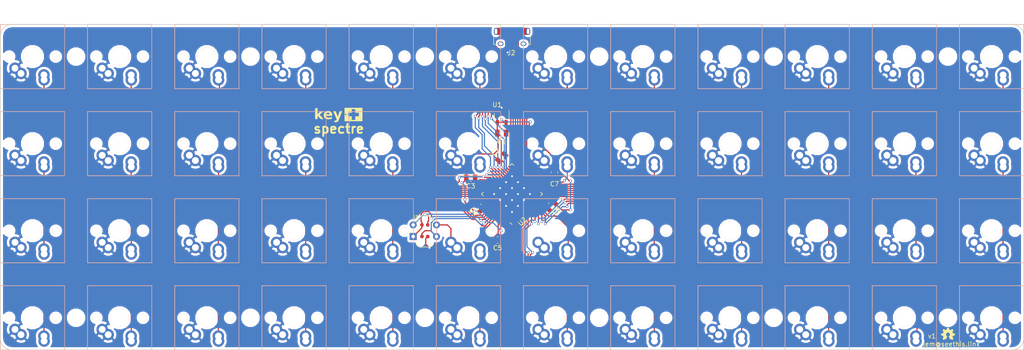
<source format=kicad_pcb>
(kicad_pcb (version 4) (host pcbnew 4.0.7)
  (layers (0 F.Cu signal) (31 B.Cu signal) (34 B.Paste user) (35 F.Paste user) (36 B.SilkS user) (37 F.SilkS user) (38 B.Mask user) (39 F.Mask user) (44 Edge.Cuts user))
  (net 0 "")
  (net 1 GND)
  (net 2 VCC)
  (net 3 /PDI)
  (net 4 /RST)
  (net 5 +5V)
  (net 6 /D+)
  (net 7 "Net-(J2-Pad5)")
  (net 8 /KEY0)
  (net 9 /KEY1)
  (net 10 /KEY2)
  (net 11 /KEY3)
  (net 12 /KEY4)
  (net 13 /KEY5)
  (net 14 /KEY6)
  (net 15 /KEY7)
  (net 16 /KEY8)
  (net 17 /KEY9)
  (net 18 /KEY10)
  (net 19 /KEY11)
  (net 20 /KEY12)
  (net 21 /KEY13)
  (net 22 /KEY14)
  (net 23 /KEY15)
  (net 24 /KEY16)
  (net 25 /KEY17)
  (net 26 /KEY18)
  (net 27 /KEY19)
  (net 28 /KEY20)
  (net 29 /KEY21)
  (net 30 /KEY22)
  (net 31 /KEY23)
  (net 32 /KEY24)
  (net 33 /KEY25)
  (net 34 /KEY26)
  (net 35 /KEY27)
  (net 36 /KEY28)
  (net 37 /KEY29)
  (net 38 /KEY30)
  (net 39 /KEY31)
  (net 40 /KEY32)
  (net 41 /KEY33)
  (net 42 /KEY34)
  (net 43 /KEY35)
  (net 44 /KEY36)
  (net 45 /KEY37)
  (net 46 /KEY38)
  (net 47 /KEY39)
  (net 48 /KEY40)
  (net 49 /KEY41)
  (net 50 /KEY42)
  (net 51 /KEY43)
  (net 52 /KEY44)
  (net 53 /KEY45)
  (net 54 /KEY46)
  (net 55 /KEY47)
  (net 56 /D-)
  (module MountingHole:MountingHole_3mm (layer F.Cu) (at 92.5 7)
    (fp_text reference REF** hide)
    (fp_text value MountingHole_3mm)
    (pad 1 np_thru_hole circle (at 0 0) (size 3 3) (drill 3) (layers *.Cu *.Mask))
  )
  (module MountingHole:MountingHole_3mm (layer F.Cu) (at 54.5 7)
    (fp_text reference REF** hide)
    (fp_text value MountingHole_3mm)
    (pad 1 np_thru_hole circle (at 0 0) (size 3 3) (drill 3) (layers *.Cu *.Mask))
  )
  (module MountingHole:MountingHole_3mm (layer F.Cu) (at 130.5 7)
    (fp_text reference REF** hide)
    (fp_text value MountingHole_3mm)
    (pad 1 np_thru_hole circle (at 0 0) (size 3 3) (drill 3) (layers *.Cu *.Mask))
  )
  (module MountingHole:MountingHole_3mm (layer F.Cu) (at 168.5 7)
    (fp_text reference REF** hide)
    (fp_text value MountingHole_3mm)
    (pad 1 np_thru_hole circle (at 0 0) (size 3 3) (drill 3) (layers *.Cu *.Mask))
  )
  (module MountingHole:MountingHole_3mm (layer F.Cu) (at 130.5 64)
    (fp_text reference REF** hide)
    (fp_text value MountingHole_3mm)
    (pad 1 np_thru_hole circle (at 0 0) (size 3 3) (drill 3) (layers *.Cu *.Mask))
  )
  (module MountingHole:MountingHole_3mm (layer F.Cu) (at 54.5 64)
    (fp_text reference REF** hide)
    (fp_text value MountingHole_3mm)
    (pad 1 np_thru_hole circle (at 0 0) (size 3 3) (drill 3) (layers *.Cu *.Mask))
  )
  (module MountingHole:MountingHole_3mm (layer F.Cu) (at 16.5 7)
    (fp_text reference REF** hide)
    (fp_text value MountingHole_3mm)
    (pad 1 np_thru_hole circle (at 0 0) (size 3 3) (drill 3) (layers *.Cu *.Mask))
  )
  (module MountingHole:MountingHole_3mm (layer F.Cu) (at 206.5 7)
    (fp_text reference REF** hide)
    (fp_text value MountingHole_3mm)
    (pad 1 np_thru_hole circle (at 0 0) (size 3 3) (drill 3) (layers *.Cu *.Mask))
  )
  (module MountingHole:MountingHole_3mm (layer F.Cu) (at 206.5 64)
    (fp_text reference REF** hide)
    (fp_text value MountingHole_3mm)
    (pad 1 np_thru_hole circle (at 0 0) (size 3 3) (drill 3) (layers *.Cu *.Mask))
  )
  (module MountingHole:MountingHole_3mm (layer F.Cu) (at 168.5 64)
    (fp_text reference REF** hide)
    (fp_text value MountingHole_3mm)
    (pad 1 np_thru_hole circle (at 0 0) (size 3 3) (drill 3) (layers *.Cu *.Mask))
  )
  (module MountingHole:MountingHole_3mm (layer F.Cu) (at 92.5 64)
    (fp_text reference REF** hide)
    (fp_text value MountingHole_3mm)
    (pad 1 np_thru_hole circle (at 0 0) (size 3 3) (drill 3) (layers *.Cu *.Mask))
  )
  (module Package_DFN_QFN:QFN-64-1EP_9x9mm_P0.5mm (layer F.Cu) (at 111.5 37 135)
    (fp_text reference U2 (at -5.833631 -2.65165 405) (layer F.SilkS))
    (fp_text value ATXMEGA64A3U-MH)
    (pad 1 smd rect (at -4.45 -3.75 135) (size 0.85 0.3) (layers F.Cu F.Paste F.Mask) (net 47 /KEY39))
    (pad 2 smd rect (at -4.45 -3.25 135) (size 0.85 0.3) (layers F.Cu F.Paste F.Mask) (net 48 /KEY40))
    (pad 3 smd rect (at -4.45 -2.75 135) (size 0.85 0.3) (layers F.Cu F.Paste F.Mask) (net 49 /KEY41))
    (pad 4 smd rect (at -4.45 -2.25 135) (size 0.85 0.3) (layers F.Cu F.Paste F.Mask) (net 50 /KEY42))
    (pad 5 smd rect (at -4.45 -1.75 135) (size 0.85 0.3) (layers F.Cu F.Paste F.Mask) (net 51 /KEY43))
    (pad 6 smd rect (at -4.45 -1.25 135) (size 0.85 0.3) (layers F.Cu F.Paste F.Mask) (net 52 /KEY44))
    (pad 7 smd rect (at -4.45 -0.75 135) (size 0.85 0.3) (layers F.Cu F.Paste F.Mask) (net 53 /KEY45))
    (pad 8 smd rect (at -4.45 -0.25 135) (size 0.85 0.3) (layers F.Cu F.Paste F.Mask) (net 55 /KEY47))
    (pad 9 smd rect (at -4.45 0.25 135) (size 0.85 0.3) (layers F.Cu F.Paste F.Mask) (net 54 /KEY46))
    (pad 10 smd rect (at -4.45 0.75 135) (size 0.85 0.3) (layers F.Cu F.Paste F.Mask) (net 41 /KEY33))
    (pad 11 smd rect (at -4.45 1.25 135) (size 0.85 0.3) (layers F.Cu F.Paste F.Mask) (net 40 /KEY32))
    (pad 12 smd rect (at -4.45 1.75 135) (size 0.85 0.3) (layers F.Cu F.Paste F.Mask) (net 39 /KEY31))
    (pad 13 smd rect (at -4.45 2.25 135) (size 0.85 0.3) (layers F.Cu F.Paste F.Mask) (net 38 /KEY30))
    (pad 14 smd rect (at -4.45 2.75 135) (size 0.85 0.3) (layers F.Cu F.Paste F.Mask) (net 1 GND))
    (pad 15 smd rect (at -4.45 3.25 135) (size 0.85 0.3) (layers F.Cu F.Paste F.Mask) (net 2 VCC))
    (pad 16 smd rect (at -4.45 3.75 135) (size 0.85 0.3) (layers F.Cu F.Paste F.Mask) (net 42 /KEY34))
    (pad 17 smd rect (at -3.75 4.45 225) (size 0.85 0.3) (layers F.Cu F.Paste F.Mask) (net 43 /KEY35))
    (pad 18 smd rect (at -3.25 4.45 225) (size 0.85 0.3) (layers F.Cu F.Paste F.Mask) (net 31 /KEY23))
    (pad 19 smd rect (at -2.75 4.45 225) (size 0.85 0.3) (layers F.Cu F.Paste F.Mask) (net 30 /KEY22))
    (pad 20 smd rect (at -2.25 4.45 225) (size 0.85 0.3) (layers F.Cu F.Paste F.Mask) (net 29 /KEY21))
    (pad 21 smd rect (at -1.75 4.45 225) (size 0.85 0.3) (layers F.Cu F.Paste F.Mask) (net 28 /KEY20))
    (pad 22 smd rect (at -1.25 4.45 225) (size 0.85 0.3) (layers F.Cu F.Paste F.Mask) (net 27 /KEY19))
    (pad 23 smd rect (at -0.75 4.45 225) (size 0.85 0.3) (layers F.Cu F.Paste F.Mask) (net 26 /KEY18))
    (pad 24 smd rect (at -0.25 4.45 225) (size 0.85 0.3) (layers F.Cu F.Paste F.Mask) (net 1 GND))
    (pad 25 smd rect (at 0.25 4.45 225) (size 0.85 0.3) (layers F.Cu F.Paste F.Mask) (net 2 VCC))
    (pad 26 smd rect (at 0.75 4.45 225) (size 0.85 0.3) (layers F.Cu F.Paste F.Mask) (net 19 /KEY11))
    (pad 27 smd rect (at 1.25 4.45 225) (size 0.85 0.3) (layers F.Cu F.Paste F.Mask) (net 18 /KEY10))
    (pad 28 smd rect (at 1.75 4.45 225) (size 0.85 0.3) (layers F.Cu F.Paste F.Mask) (net 17 /KEY9))
    (pad 29 smd rect (at 2.25 4.45 225) (size 0.85 0.3) (layers F.Cu F.Paste F.Mask) (net 16 /KEY8))
    (pad 30 smd rect (at 2.75 4.45 225) (size 0.85 0.3) (layers F.Cu F.Paste F.Mask) (net 15 /KEY7))
    (pad 31 smd rect (at 3.25 4.45 225) (size 0.85 0.3) (layers F.Cu F.Paste F.Mask) (net 14 /KEY6))
    (pad 32 smd rect (at 3.75 4.45 225) (size 0.85 0.3) (layers F.Cu F.Paste F.Mask) (net 56 /D-))
    (pad 33 smd rect (at 4.45 3.75 135) (size 0.85 0.3) (layers F.Cu F.Paste F.Mask) (net 6 /D+))
    (pad 34 smd rect (at 4.45 3.25 135) (size 0.85 0.3) (layers F.Cu F.Paste F.Mask) (net 1 GND))
    (pad 35 smd rect (at 4.45 2.75 135) (size 0.85 0.3) (layers F.Cu F.Paste F.Mask) (net 2 VCC))
    (pad 36 smd rect (at 4.45 2.25 135) (size 0.85 0.3) (layers F.Cu F.Paste F.Mask) (net 11 /KEY3))
    (pad 37 smd rect (at 4.45 1.75 135) (size 0.85 0.3) (layers F.Cu F.Paste F.Mask) (net 10 /KEY2))
    (pad 38 smd rect (at 4.45 1.25 135) (size 0.85 0.3) (layers F.Cu F.Paste F.Mask) (net 9 /KEY1))
    (pad 39 smd rect (at 4.45 0.75 135) (size 0.85 0.3) (layers F.Cu F.Paste F.Mask) (net 8 /KEY0))
    (pad 40 smd rect (at 4.45 0.25 135) (size 0.85 0.3) (layers F.Cu F.Paste F.Mask) (net 12 /KEY4))
    (pad 41 smd rect (at 4.45 -0.25 135) (size 0.85 0.3) (layers F.Cu F.Paste F.Mask) (net 13 /KEY5))
    (pad 42 smd rect (at 4.45 -0.75 135) (size 0.85 0.3) (layers F.Cu F.Paste F.Mask) (net 24 /KEY16))
    (pad 43 smd rect (at 4.45 -1.25 135) (size 0.85 0.3) (layers F.Cu F.Paste F.Mask) (net 25 /KEY17))
    (pad 44 smd rect (at 4.45 -1.75 135) (size 0.85 0.3) (layers F.Cu F.Paste F.Mask) (net 1 GND))
    (pad 45 smd rect (at 4.45 -2.25 135) (size 0.85 0.3) (layers F.Cu F.Paste F.Mask) (net 2 VCC))
    (pad 46 smd rect (at 4.45 -2.75 135) (size 0.85 0.3) (layers F.Cu F.Paste F.Mask) (net 23 /KEY15))
    (pad 47 smd rect (at 4.45 -3.25 135) (size 0.85 0.3) (layers F.Cu F.Paste F.Mask) (net 22 /KEY14))
    (pad 48 smd rect (at 4.45 -3.75 135) (size 0.85 0.3) (layers F.Cu F.Paste F.Mask) (net 21 /KEY13))
    (pad 49 smd rect (at 3.75 -4.45 225) (size 0.85 0.3) (layers F.Cu F.Paste F.Mask) (net 20 /KEY12))
    (pad 50 smd rect (at 3.25 -4.45 225) (size 0.85 0.3) (layers F.Cu F.Paste F.Mask) (net 32 /KEY24))
    (pad 51 smd rect (at 2.75 -4.45 225) (size 0.85 0.3) (layers F.Cu F.Paste F.Mask) (net 33 /KEY25))
    (pad 52 smd rect (at 2.25 -4.45 225) (size 0.85 0.3) (layers F.Cu F.Paste F.Mask) (net 1 GND))
    (pad 53 smd rect (at 1.75 -4.45 225) (size 0.85 0.3) (layers F.Cu F.Paste F.Mask) (net 2 VCC))
    (pad 54 smd rect (at 1.25 -4.45 225) (size 0.85 0.3) (layers F.Cu F.Paste F.Mask) (net 34 /KEY26))
    (pad 55 smd rect (at 0.75 -4.45 225) (size 0.85 0.3) (layers F.Cu F.Paste F.Mask) (net 35 /KEY27))
    (pad 56 smd rect (at 0.25 -4.45 225) (size 0.85 0.3) (layers F.Cu F.Paste F.Mask) (net 3 /PDI))
    (pad 57 smd rect (at -0.25 -4.45 225) (size 0.85 0.3) (layers F.Cu F.Paste F.Mask) (net 4 /RST))
    (pad 58 smd rect (at -0.75 -4.45 225) (size 0.85 0.3) (layers F.Cu F.Paste F.Mask) (net 36 /KEY28))
    (pad 59 smd rect (at -1.25 -4.45 225) (size 0.85 0.3) (layers F.Cu F.Paste F.Mask) (net 37 /KEY29))
    (pad 60 smd rect (at -1.75 -4.45 225) (size 0.85 0.3) (layers F.Cu F.Paste F.Mask) (net 1 GND))
    (pad 61 smd rect (at -2.25 -4.45 225) (size 0.85 0.3) (layers F.Cu F.Paste F.Mask) (net 2 VCC))
    (pad 62 smd rect (at -2.75 -4.45 225) (size 0.85 0.3) (layers F.Cu F.Paste F.Mask) (net 44 /KEY36))
    (pad 63 smd rect (at -3.25 -4.45 225) (size 0.85 0.3) (layers F.Cu F.Paste F.Mask) (net 45 /KEY37))
    (pad 64 smd rect (at -3.75 -4.45 225) (size 0.85 0.3) (layers F.Cu F.Paste F.Mask) (net 46 /KEY38))
    (pad 65 smd rect (at 2.75625 2.75625 135) (size 1.8375 1.8375) (layers F.Cu F.Paste F.Mask) (net 1 GND))
    (pad 65 smd rect (at 2.75625 0.91875 135) (size 1.8375 1.8375) (layers F.Cu F.Paste F.Mask) (net 1 GND))
    (pad 65 smd rect (at 2.75625 -0.91875 135) (size 1.8375 1.8375) (layers F.Cu F.Paste F.Mask) (net 1 GND))
    (pad 65 smd rect (at 2.75625 -2.75625 135) (size 1.8375 1.8375) (layers F.Cu F.Paste F.Mask) (net 1 GND))
    (pad 65 smd rect (at 0.91875 2.75625 135) (size 1.8375 1.8375) (layers F.Cu F.Paste F.Mask) (net 1 GND))
    (pad 65 smd rect (at 0.91875 0.91875 135) (size 1.8375 1.8375) (layers F.Cu F.Paste F.Mask) (net 1 GND))
    (pad 65 smd rect (at 0.91875 -0.91875 135) (size 1.8375 1.8375) (layers F.Cu F.Paste F.Mask) (net 1 GND))
    (pad 65 smd rect (at 0.91875 -2.75625 135) (size 1.8375 1.8375) (layers F.Cu F.Paste F.Mask) (net 1 GND))
    (pad 65 smd rect (at -0.91875 2.75625 135) (size 1.8375 1.8375) (layers F.Cu F.Paste F.Mask) (net 1 GND))
    (pad 65 smd rect (at -0.91875 0.91875 135) (size 1.8375 1.8375) (layers F.Cu F.Paste F.Mask) (net 1 GND))
    (pad 65 smd rect (at -0.91875 -0.91875 135) (size 1.8375 1.8375) (layers F.Cu F.Paste F.Mask) (net 1 GND))
    (pad 65 smd rect (at -0.91875 -2.75625 135) (size 1.8375 1.8375) (layers F.Cu F.Paste F.Mask) (net 1 GND))
    (pad 65 smd rect (at -2.75625 2.75625 135) (size 1.8375 1.8375) (layers F.Cu F.Paste F.Mask) (net 1 GND))
    (pad 65 smd rect (at -2.75625 0.91875 135) (size 1.8375 1.8375) (layers F.Cu F.Paste F.Mask) (net 1 GND))
    (pad 65 smd rect (at -2.75625 -0.91875 135) (size 1.8375 1.8375) (layers F.Cu F.Paste F.Mask) (net 1 GND))
    (pad 65 smd rect (at -2.75625 -2.75625 135) (size 1.8375 1.8375) (layers F.Cu F.Paste F.Mask) (net 1 GND))
  )
  (module switch_mx:Cherry_MX_Matias_NoSilk.B (layer B.Cu) (at 178 45)
    (fp_text reference K33)
    (fp_text value K00 hide)
    (pad "" np_thru_hole circle (at 5.08 0) (size 1.7 1.7) (drill 1.7) (layers *.Cu *.Mask B.SilkS))
    (pad 1 thru_hole circle (at -2.5 3.683) (size 2.5 2.5) (drill 1.5) (layers *.Cu *.Mask) (net 1 GND))
    (pad 1 thru_hole circle (at -3.81 2.54) (size 2.5 2.5) (drill 1.5) (layers *.Cu *.Mask) (net 1 GND))
    (pad "" np_thru_hole circle (at 0 0) (size 4 4) (drill 4) (layers *.Cu *.Mask B.SilkS))
    (pad "" np_thru_hole circle (at -5.08 0) (size 1.7 1.7) (drill 1.7) (layers *.Cu *.Mask B.SilkS))
    (pad 2 thru_hole circle (at 2.54 5.08) (size 2.5 2.5) (drill 1.5) (layers *.Cu *.Mask) (net 41 /KEY33))
    (pad 2 thru_hole circle (at 2.5 4) (size 2.5 2.5) (drill 1.5) (layers *.Cu *.Mask) (net 41 /KEY33))
  )
  (module switch_mx:Cherry_MX_Matias_NoSilk.B (layer B.Cu) (at 121 26)
    (fp_text reference K18)
    (fp_text value K00 hide)
    (pad "" np_thru_hole circle (at 5.08 0) (size 1.7 1.7) (drill 1.7) (layers *.Cu *.Mask B.SilkS))
    (pad 1 thru_hole circle (at -2.5 3.683) (size 2.5 2.5) (drill 1.5) (layers *.Cu *.Mask) (net 1 GND))
    (pad 1 thru_hole circle (at -3.81 2.54) (size 2.5 2.5) (drill 1.5) (layers *.Cu *.Mask) (net 1 GND))
    (pad "" np_thru_hole circle (at 0 0) (size 4 4) (drill 4) (layers *.Cu *.Mask B.SilkS))
    (pad "" np_thru_hole circle (at -5.08 0) (size 1.7 1.7) (drill 1.7) (layers *.Cu *.Mask B.SilkS))
    (pad 2 thru_hole circle (at 2.54 5.08) (size 2.5 2.5) (drill 1.5) (layers *.Cu *.Mask) (net 26 /KEY18))
    (pad 2 thru_hole circle (at 2.5 4) (size 2.5 2.5) (drill 1.5) (layers *.Cu *.Mask) (net 26 /KEY18))
  )
  (module switch_mx:Cherry_MX_Matias_NoSilk.B (layer B.Cu) (at 102 45)
    (fp_text reference K29)
    (fp_text value K00 hide)
    (pad "" np_thru_hole circle (at 5.08 0) (size 1.7 1.7) (drill 1.7) (layers *.Cu *.Mask B.SilkS))
    (pad 1 thru_hole circle (at -2.5 3.683) (size 2.5 2.5) (drill 1.5) (layers *.Cu *.Mask) (net 1 GND))
    (pad 1 thru_hole circle (at -3.81 2.54) (size 2.5 2.5) (drill 1.5) (layers *.Cu *.Mask) (net 1 GND))
    (pad "" np_thru_hole circle (at 0 0) (size 4 4) (drill 4) (layers *.Cu *.Mask B.SilkS))
    (pad "" np_thru_hole circle (at -5.08 0) (size 1.7 1.7) (drill 1.7) (layers *.Cu *.Mask B.SilkS))
    (pad 2 thru_hole circle (at 2.54 5.08) (size 2.5 2.5) (drill 1.5) (layers *.Cu *.Mask) (net 37 /KEY29))
    (pad 2 thru_hole circle (at 2.5 4) (size 2.5 2.5) (drill 1.5) (layers *.Cu *.Mask) (net 37 /KEY29))
  )
  (module Tag-Connect:TC2030-NL_SMALL_AND_IDC_PDI (layer F.Cu) (at 92.5 45 270)
    (fp_text reference J1 (at -3 2 360) (layer F.SilkS) (effects (font (size 0.75692 0.75692) (thickness 0.127))))
    (fp_text value TC2030-IDC hide)
    (pad 1 connect circle (at -1.27 0.635 270) (size 0.78486 0.78486) (layers F.Cu F.Mask) (net 3 /PDI))
    (pad 2 connect circle (at -1.27 -0.635 270) (size 0.78486 0.78486) (layers F.Cu F.Mask) (net 2 VCC))
    (pad 5 connect circle (at 1.27 0.635 270) (size 0.78486 0.78486) (layers F.Cu F.Mask) (net 4 /RST))
    (pad 6 connect circle (at 1.27 -0.635 270) (size 0.78486 0.78486) (layers F.Cu F.Mask) (net 1 GND))
    (pad "" np_thru_hole circle (at -2.54 0 270) (size 0.98806 0.98806) (drill 0.98806) (layers *.Cu *.Mask F.SilkS))
    (pad "" np_thru_hole circle (at 2.54 -1.016 270) (size 0.98552 0.98552) (drill 0.98552) (layers *.Cu *.Mask F.SilkS))
    (pad "" np_thru_hole circle (at 2.54 1.016 270) (size 0.98552 0.98552) (drill 0.98552) (layers *.Cu *.Mask F.SilkS))
    (pad 2 thru_hole circle (at -1.27 2.54) (size 1.524 1.524) (drill 0.762) (layers *.Cu *.Mask) (net 2 VCC))
    (pad 6 thru_hole circle (at -1.27 -2.54) (size 1.524 1.524) (drill 0.762) (layers *.Cu *.Mask) (net 1 GND))
    (pad 1 thru_hole rect (at 1.27 2.54) (size 1.524 1.524) (drill 0.762) (layers *.Cu *.Mask) (net 3 /PDI))
    (pad 5 thru_hole circle (at 1.27 -2.54) (size 1.524 1.524) (drill 0.762) (layers *.Cu *.Mask) (net 4 /RST))
  )
  (module switch_mx:Cherry_MX_Matias_NoSilk.B (layer B.Cu) (at 121 64)
    (fp_text reference K42)
    (fp_text value K00 hide)
    (pad "" np_thru_hole circle (at 5.08 0) (size 1.7 1.7) (drill 1.7) (layers *.Cu *.Mask B.SilkS))
    (pad 1 thru_hole circle (at -2.5 3.683) (size 2.5 2.5) (drill 1.5) (layers *.Cu *.Mask) (net 1 GND))
    (pad 1 thru_hole circle (at -3.81 2.54) (size 2.5 2.5) (drill 1.5) (layers *.Cu *.Mask) (net 1 GND))
    (pad "" np_thru_hole circle (at 0 0) (size 4 4) (drill 4) (layers *.Cu *.Mask B.SilkS))
    (pad "" np_thru_hole circle (at -5.08 0) (size 1.7 1.7) (drill 1.7) (layers *.Cu *.Mask B.SilkS))
    (pad 2 thru_hole circle (at 2.54 5.08) (size 2.5 2.5) (drill 1.5) (layers *.Cu *.Mask) (net 50 /KEY42))
    (pad 2 thru_hole circle (at 2.5 4) (size 2.5 2.5) (drill 1.5) (layers *.Cu *.Mask) (net 50 /KEY42))
  )
  (module Capacitor_SMD:C_0805_2012Metric (layer F.Cu) (at 108.35 47.05)
    (fp_text reference C5 (at 0 1.7 180) (layer F.SilkS))
    (fp_text value 0.1uF)
    (pad 1 smd rect (at -0.955 0) (size 0.97 1.5) (layers F.Cu F.Paste F.Mask) (net 1 GND))
    (pad 2 smd rect (at 0.955 0) (size 0.97 1.5) (layers F.Cu F.Paste F.Mask) (net 2 VCC))
  )
  (module switch_mx:Cherry_MX_Matias_NoSilk.B (layer B.Cu) (at 216 64)
    (fp_text reference K47)
    (fp_text value K00 hide)
    (pad "" np_thru_hole circle (at 5.08 0) (size 1.7 1.7) (drill 1.7) (layers *.Cu *.Mask B.SilkS))
    (pad 1 thru_hole circle (at -2.5 3.683) (size 2.5 2.5) (drill 1.5) (layers *.Cu *.Mask) (net 1 GND))
    (pad 1 thru_hole circle (at -3.81 2.54) (size 2.5 2.5) (drill 1.5) (layers *.Cu *.Mask) (net 1 GND))
    (pad "" np_thru_hole circle (at 0 0) (size 4 4) (drill 4) (layers *.Cu *.Mask B.SilkS))
    (pad "" np_thru_hole circle (at -5.08 0) (size 1.7 1.7) (drill 1.7) (layers *.Cu *.Mask B.SilkS))
    (pad 2 thru_hole circle (at 2.54 5.08) (size 2.5 2.5) (drill 1.5) (layers *.Cu *.Mask) (net 55 /KEY47))
    (pad 2 thru_hole circle (at 2.5 4) (size 2.5 2.5) (drill 1.5) (layers *.Cu *.Mask) (net 55 /KEY47))
  )
  (module switch_mx:Cherry_MX_Matias_NoSilk.B (layer B.Cu) (at 197 64)
    (fp_text reference K46)
    (fp_text value K00 hide)
    (pad "" np_thru_hole circle (at 5.08 0) (size 1.7 1.7) (drill 1.7) (layers *.Cu *.Mask B.SilkS))
    (pad 1 thru_hole circle (at -2.5 3.683) (size 2.5 2.5) (drill 1.5) (layers *.Cu *.Mask) (net 1 GND))
    (pad 1 thru_hole circle (at -3.81 2.54) (size 2.5 2.5) (drill 1.5) (layers *.Cu *.Mask) (net 1 GND))
    (pad "" np_thru_hole circle (at 0 0) (size 4 4) (drill 4) (layers *.Cu *.Mask B.SilkS))
    (pad "" np_thru_hole circle (at -5.08 0) (size 1.7 1.7) (drill 1.7) (layers *.Cu *.Mask B.SilkS))
    (pad 2 thru_hole circle (at 2.54 5.08) (size 2.5 2.5) (drill 1.5) (layers *.Cu *.Mask) (net 54 /KEY46))
    (pad 2 thru_hole circle (at 2.5 4) (size 2.5 2.5) (drill 1.5) (layers *.Cu *.Mask) (net 54 /KEY46))
  )
  (module switch_mx:Cherry_MX_Matias_NoSilk.B (layer B.Cu) (at 178 64)
    (fp_text reference K45)
    (fp_text value K00 hide)
    (pad "" np_thru_hole circle (at 5.08 0) (size 1.7 1.7) (drill 1.7) (layers *.Cu *.Mask B.SilkS))
    (pad 1 thru_hole circle (at -2.5 3.683) (size 2.5 2.5) (drill 1.5) (layers *.Cu *.Mask) (net 1 GND))
    (pad 1 thru_hole circle (at -3.81 2.54) (size 2.5 2.5) (drill 1.5) (layers *.Cu *.Mask) (net 1 GND))
    (pad "" np_thru_hole circle (at 0 0) (size 4 4) (drill 4) (layers *.Cu *.Mask B.SilkS))
    (pad "" np_thru_hole circle (at -5.08 0) (size 1.7 1.7) (drill 1.7) (layers *.Cu *.Mask B.SilkS))
    (pad 2 thru_hole circle (at 2.54 5.08) (size 2.5 2.5) (drill 1.5) (layers *.Cu *.Mask) (net 53 /KEY45))
    (pad 2 thru_hole circle (at 2.5 4) (size 2.5 2.5) (drill 1.5) (layers *.Cu *.Mask) (net 53 /KEY45))
  )
  (module switch_mx:Cherry_MX_Matias_NoSilk.B (layer B.Cu) (at 159 64)
    (fp_text reference K44)
    (fp_text value K00 hide)
    (pad "" np_thru_hole circle (at 5.08 0) (size 1.7 1.7) (drill 1.7) (layers *.Cu *.Mask B.SilkS))
    (pad 1 thru_hole circle (at -2.5 3.683) (size 2.5 2.5) (drill 1.5) (layers *.Cu *.Mask) (net 1 GND))
    (pad 1 thru_hole circle (at -3.81 2.54) (size 2.5 2.5) (drill 1.5) (layers *.Cu *.Mask) (net 1 GND))
    (pad "" np_thru_hole circle (at 0 0) (size 4 4) (drill 4) (layers *.Cu *.Mask B.SilkS))
    (pad "" np_thru_hole circle (at -5.08 0) (size 1.7 1.7) (drill 1.7) (layers *.Cu *.Mask B.SilkS))
    (pad 2 thru_hole circle (at 2.54 5.08) (size 2.5 2.5) (drill 1.5) (layers *.Cu *.Mask) (net 52 /KEY44))
    (pad 2 thru_hole circle (at 2.5 4) (size 2.5 2.5) (drill 1.5) (layers *.Cu *.Mask) (net 52 /KEY44))
  )
  (module switch_mx:Cherry_MX_Matias_NoSilk.B (layer B.Cu) (at 140 64)
    (fp_text reference K43)
    (fp_text value K00 hide)
    (pad "" np_thru_hole circle (at 5.08 0) (size 1.7 1.7) (drill 1.7) (layers *.Cu *.Mask B.SilkS))
    (pad 1 thru_hole circle (at -2.5 3.683) (size 2.5 2.5) (drill 1.5) (layers *.Cu *.Mask) (net 1 GND))
    (pad 1 thru_hole circle (at -3.81 2.54) (size 2.5 2.5) (drill 1.5) (layers *.Cu *.Mask) (net 1 GND))
    (pad "" np_thru_hole circle (at 0 0) (size 4 4) (drill 4) (layers *.Cu *.Mask B.SilkS))
    (pad "" np_thru_hole circle (at -5.08 0) (size 1.7 1.7) (drill 1.7) (layers *.Cu *.Mask B.SilkS))
    (pad 2 thru_hole circle (at 2.54 5.08) (size 2.5 2.5) (drill 1.5) (layers *.Cu *.Mask) (net 51 /KEY43))
    (pad 2 thru_hole circle (at 2.5 4) (size 2.5 2.5) (drill 1.5) (layers *.Cu *.Mask) (net 51 /KEY43))
  )
  (module switch_mx:Cherry_MX_Matias_NoSilk.B (layer B.Cu) (at 102 64)
    (fp_text reference K41)
    (fp_text value K00 hide)
    (pad "" np_thru_hole circle (at 5.08 0) (size 1.7 1.7) (drill 1.7) (layers *.Cu *.Mask B.SilkS))
    (pad 1 thru_hole circle (at -2.5 3.683) (size 2.5 2.5) (drill 1.5) (layers *.Cu *.Mask) (net 1 GND))
    (pad 1 thru_hole circle (at -3.81 2.54) (size 2.5 2.5) (drill 1.5) (layers *.Cu *.Mask) (net 1 GND))
    (pad "" np_thru_hole circle (at 0 0) (size 4 4) (drill 4) (layers *.Cu *.Mask B.SilkS))
    (pad "" np_thru_hole circle (at -5.08 0) (size 1.7 1.7) (drill 1.7) (layers *.Cu *.Mask B.SilkS))
    (pad 2 thru_hole circle (at 2.54 5.08) (size 2.5 2.5) (drill 1.5) (layers *.Cu *.Mask) (net 49 /KEY41))
    (pad 2 thru_hole circle (at 2.5 4) (size 2.5 2.5) (drill 1.5) (layers *.Cu *.Mask) (net 49 /KEY41))
  )
  (module switch_mx:Cherry_MX_Matias_NoSilk.B (layer B.Cu) (at 83 64)
    (fp_text reference K40)
    (fp_text value K00 hide)
    (pad "" np_thru_hole circle (at 5.08 0) (size 1.7 1.7) (drill 1.7) (layers *.Cu *.Mask B.SilkS))
    (pad 1 thru_hole circle (at -2.5 3.683) (size 2.5 2.5) (drill 1.5) (layers *.Cu *.Mask) (net 1 GND))
    (pad 1 thru_hole circle (at -3.81 2.54) (size 2.5 2.5) (drill 1.5) (layers *.Cu *.Mask) (net 1 GND))
    (pad "" np_thru_hole circle (at 0 0) (size 4 4) (drill 4) (layers *.Cu *.Mask B.SilkS))
    (pad "" np_thru_hole circle (at -5.08 0) (size 1.7 1.7) (drill 1.7) (layers *.Cu *.Mask B.SilkS))
    (pad 2 thru_hole circle (at 2.54 5.08) (size 2.5 2.5) (drill 1.5) (layers *.Cu *.Mask) (net 48 /KEY40))
    (pad 2 thru_hole circle (at 2.5 4) (size 2.5 2.5) (drill 1.5) (layers *.Cu *.Mask) (net 48 /KEY40))
  )
  (module switch_mx:Cherry_MX_Matias_NoSilk.B (layer B.Cu) (at 64 64)
    (fp_text reference K39)
    (fp_text value K00 hide)
    (pad "" np_thru_hole circle (at 5.08 0) (size 1.7 1.7) (drill 1.7) (layers *.Cu *.Mask B.SilkS))
    (pad 1 thru_hole circle (at -2.5 3.683) (size 2.5 2.5) (drill 1.5) (layers *.Cu *.Mask) (net 1 GND))
    (pad 1 thru_hole circle (at -3.81 2.54) (size 2.5 2.5) (drill 1.5) (layers *.Cu *.Mask) (net 1 GND))
    (pad "" np_thru_hole circle (at 0 0) (size 4 4) (drill 4) (layers *.Cu *.Mask B.SilkS))
    (pad "" np_thru_hole circle (at -5.08 0) (size 1.7 1.7) (drill 1.7) (layers *.Cu *.Mask B.SilkS))
    (pad 2 thru_hole circle (at 2.54 5.08) (size 2.5 2.5) (drill 1.5) (layers *.Cu *.Mask) (net 47 /KEY39))
    (pad 2 thru_hole circle (at 2.5 4) (size 2.5 2.5) (drill 1.5) (layers *.Cu *.Mask) (net 47 /KEY39))
  )
  (module switch_mx:Cherry_MX_Matias_NoSilk.B (layer B.Cu) (at 45 64)
    (fp_text reference K38)
    (fp_text value K00 hide)
    (pad "" np_thru_hole circle (at 5.08 0) (size 1.7 1.7) (drill 1.7) (layers *.Cu *.Mask B.SilkS))
    (pad 1 thru_hole circle (at -2.5 3.683) (size 2.5 2.5) (drill 1.5) (layers *.Cu *.Mask) (net 1 GND))
    (pad 1 thru_hole circle (at -3.81 2.54) (size 2.5 2.5) (drill 1.5) (layers *.Cu *.Mask) (net 1 GND))
    (pad "" np_thru_hole circle (at 0 0) (size 4 4) (drill 4) (layers *.Cu *.Mask B.SilkS))
    (pad "" np_thru_hole circle (at -5.08 0) (size 1.7 1.7) (drill 1.7) (layers *.Cu *.Mask B.SilkS))
    (pad 2 thru_hole circle (at 2.54 5.08) (size 2.5 2.5) (drill 1.5) (layers *.Cu *.Mask) (net 46 /KEY38))
    (pad 2 thru_hole circle (at 2.5 4) (size 2.5 2.5) (drill 1.5) (layers *.Cu *.Mask) (net 46 /KEY38))
  )
  (module switch_mx:Cherry_MX_Matias_NoSilk.B (layer B.Cu) (at 26 64)
    (fp_text reference K37)
    (fp_text value K00 hide)
    (pad "" np_thru_hole circle (at 5.08 0) (size 1.7 1.7) (drill 1.7) (layers *.Cu *.Mask B.SilkS))
    (pad 1 thru_hole circle (at -2.5 3.683) (size 2.5 2.5) (drill 1.5) (layers *.Cu *.Mask) (net 1 GND))
    (pad 1 thru_hole circle (at -3.81 2.54) (size 2.5 2.5) (drill 1.5) (layers *.Cu *.Mask) (net 1 GND))
    (pad "" np_thru_hole circle (at 0 0) (size 4 4) (drill 4) (layers *.Cu *.Mask B.SilkS))
    (pad "" np_thru_hole circle (at -5.08 0) (size 1.7 1.7) (drill 1.7) (layers *.Cu *.Mask B.SilkS))
    (pad 2 thru_hole circle (at 2.54 5.08) (size 2.5 2.5) (drill 1.5) (layers *.Cu *.Mask) (net 45 /KEY37))
    (pad 2 thru_hole circle (at 2.5 4) (size 2.5 2.5) (drill 1.5) (layers *.Cu *.Mask) (net 45 /KEY37))
  )
  (module switch_mx:Cherry_MX_Matias_NoSilk.B (layer B.Cu) (at 7 64)
    (fp_text reference K36)
    (fp_text value K00 hide)
    (pad "" np_thru_hole circle (at 5.08 0) (size 1.7 1.7) (drill 1.7) (layers *.Cu *.Mask B.SilkS))
    (pad 1 thru_hole circle (at -2.5 3.683) (size 2.5 2.5) (drill 1.5) (layers *.Cu *.Mask) (net 1 GND))
    (pad 1 thru_hole circle (at -3.81 2.54) (size 2.5 2.5) (drill 1.5) (layers *.Cu *.Mask) (net 1 GND))
    (pad "" np_thru_hole circle (at 0 0) (size 4 4) (drill 4) (layers *.Cu *.Mask B.SilkS))
    (pad "" np_thru_hole circle (at -5.08 0) (size 1.7 1.7) (drill 1.7) (layers *.Cu *.Mask B.SilkS))
    (pad 2 thru_hole circle (at 2.54 5.08) (size 2.5 2.5) (drill 1.5) (layers *.Cu *.Mask) (net 44 /KEY36))
    (pad 2 thru_hole circle (at 2.5 4) (size 2.5 2.5) (drill 1.5) (layers *.Cu *.Mask) (net 44 /KEY36))
  )
  (module switch_mx:Cherry_MX_Matias_NoSilk.B (layer B.Cu) (at 216 45)
    (fp_text reference K35)
    (fp_text value K00 hide)
    (pad "" np_thru_hole circle (at 5.08 0) (size 1.7 1.7) (drill 1.7) (layers *.Cu *.Mask B.SilkS))
    (pad 1 thru_hole circle (at -2.5 3.683) (size 2.5 2.5) (drill 1.5) (layers *.Cu *.Mask) (net 1 GND))
    (pad 1 thru_hole circle (at -3.81 2.54) (size 2.5 2.5) (drill 1.5) (layers *.Cu *.Mask) (net 1 GND))
    (pad "" np_thru_hole circle (at 0 0) (size 4 4) (drill 4) (layers *.Cu *.Mask B.SilkS))
    (pad "" np_thru_hole circle (at -5.08 0) (size 1.7 1.7) (drill 1.7) (layers *.Cu *.Mask B.SilkS))
    (pad 2 thru_hole circle (at 2.54 5.08) (size 2.5 2.5) (drill 1.5) (layers *.Cu *.Mask) (net 43 /KEY35))
    (pad 2 thru_hole circle (at 2.5 4) (size 2.5 2.5) (drill 1.5) (layers *.Cu *.Mask) (net 43 /KEY35))
  )
  (module switch_mx:Cherry_MX_Matias_NoSilk.B (layer B.Cu) (at 197 45)
    (fp_text reference K34)
    (fp_text value K00 hide)
    (pad "" np_thru_hole circle (at 5.08 0) (size 1.7 1.7) (drill 1.7) (layers *.Cu *.Mask B.SilkS))
    (pad 1 thru_hole circle (at -2.5 3.683) (size 2.5 2.5) (drill 1.5) (layers *.Cu *.Mask) (net 1 GND))
    (pad 1 thru_hole circle (at -3.81 2.54) (size 2.5 2.5) (drill 1.5) (layers *.Cu *.Mask) (net 1 GND))
    (pad "" np_thru_hole circle (at 0 0) (size 4 4) (drill 4) (layers *.Cu *.Mask B.SilkS))
    (pad "" np_thru_hole circle (at -5.08 0) (size 1.7 1.7) (drill 1.7) (layers *.Cu *.Mask B.SilkS))
    (pad 2 thru_hole circle (at 2.54 5.08) (size 2.5 2.5) (drill 1.5) (layers *.Cu *.Mask) (net 42 /KEY34))
    (pad 2 thru_hole circle (at 2.5 4) (size 2.5 2.5) (drill 1.5) (layers *.Cu *.Mask) (net 42 /KEY34))
  )
  (module switch_mx:Cherry_MX_Matias_NoSilk.B (layer B.Cu) (at 159 45)
    (fp_text reference K32)
    (fp_text value K00 hide)
    (pad "" np_thru_hole circle (at 5.08 0) (size 1.7 1.7) (drill 1.7) (layers *.Cu *.Mask B.SilkS))
    (pad 1 thru_hole circle (at -2.5 3.683) (size 2.5 2.5) (drill 1.5) (layers *.Cu *.Mask) (net 1 GND))
    (pad 1 thru_hole circle (at -3.81 2.54) (size 2.5 2.5) (drill 1.5) (layers *.Cu *.Mask) (net 1 GND))
    (pad "" np_thru_hole circle (at 0 0) (size 4 4) (drill 4) (layers *.Cu *.Mask B.SilkS))
    (pad "" np_thru_hole circle (at -5.08 0) (size 1.7 1.7) (drill 1.7) (layers *.Cu *.Mask B.SilkS))
    (pad 2 thru_hole circle (at 2.54 5.08) (size 2.5 2.5) (drill 1.5) (layers *.Cu *.Mask) (net 40 /KEY32))
    (pad 2 thru_hole circle (at 2.5 4) (size 2.5 2.5) (drill 1.5) (layers *.Cu *.Mask) (net 40 /KEY32))
  )
  (module switch_mx:Cherry_MX_Matias_NoSilk.B (layer B.Cu) (at 140 45)
    (fp_text reference K31)
    (fp_text value K00 hide)
    (pad "" np_thru_hole circle (at 5.08 0) (size 1.7 1.7) (drill 1.7) (layers *.Cu *.Mask B.SilkS))
    (pad 1 thru_hole circle (at -2.5 3.683) (size 2.5 2.5) (drill 1.5) (layers *.Cu *.Mask) (net 1 GND))
    (pad 1 thru_hole circle (at -3.81 2.54) (size 2.5 2.5) (drill 1.5) (layers *.Cu *.Mask) (net 1 GND))
    (pad "" np_thru_hole circle (at 0 0) (size 4 4) (drill 4) (layers *.Cu *.Mask B.SilkS))
    (pad "" np_thru_hole circle (at -5.08 0) (size 1.7 1.7) (drill 1.7) (layers *.Cu *.Mask B.SilkS))
    (pad 2 thru_hole circle (at 2.54 5.08) (size 2.5 2.5) (drill 1.5) (layers *.Cu *.Mask) (net 39 /KEY31))
    (pad 2 thru_hole circle (at 2.5 4) (size 2.5 2.5) (drill 1.5) (layers *.Cu *.Mask) (net 39 /KEY31))
  )
  (module switch_mx:Cherry_MX_Matias_NoSilk.B (layer B.Cu) (at 121 45)
    (fp_text reference K30)
    (fp_text value K00 hide)
    (pad "" np_thru_hole circle (at 5.08 0) (size 1.7 1.7) (drill 1.7) (layers *.Cu *.Mask B.SilkS))
    (pad 1 thru_hole circle (at -2.5 3.683) (size 2.5 2.5) (drill 1.5) (layers *.Cu *.Mask) (net 1 GND))
    (pad 1 thru_hole circle (at -3.81 2.54) (size 2.5 2.5) (drill 1.5) (layers *.Cu *.Mask) (net 1 GND))
    (pad "" np_thru_hole circle (at 0 0) (size 4 4) (drill 4) (layers *.Cu *.Mask B.SilkS))
    (pad "" np_thru_hole circle (at -5.08 0) (size 1.7 1.7) (drill 1.7) (layers *.Cu *.Mask B.SilkS))
    (pad 2 thru_hole circle (at 2.54 5.08) (size 2.5 2.5) (drill 1.5) (layers *.Cu *.Mask) (net 38 /KEY30))
    (pad 2 thru_hole circle (at 2.5 4) (size 2.5 2.5) (drill 1.5) (layers *.Cu *.Mask) (net 38 /KEY30))
  )
  (module switch_mx:Cherry_MX_Matias_NoSilk.B (layer B.Cu) (at 83 45)
    (fp_text reference K28)
    (fp_text value K00 hide)
    (pad "" np_thru_hole circle (at 5.08 0) (size 1.7 1.7) (drill 1.7) (layers *.Cu *.Mask B.SilkS))
    (pad 1 thru_hole circle (at -2.5 3.683) (size 2.5 2.5) (drill 1.5) (layers *.Cu *.Mask) (net 1 GND))
    (pad 1 thru_hole circle (at -3.81 2.54) (size 2.5 2.5) (drill 1.5) (layers *.Cu *.Mask) (net 1 GND))
    (pad "" np_thru_hole circle (at 0 0) (size 4 4) (drill 4) (layers *.Cu *.Mask B.SilkS))
    (pad "" np_thru_hole circle (at -5.08 0) (size 1.7 1.7) (drill 1.7) (layers *.Cu *.Mask B.SilkS))
    (pad 2 thru_hole circle (at 2.54 5.08) (size 2.5 2.5) (drill 1.5) (layers *.Cu *.Mask) (net 36 /KEY28))
    (pad 2 thru_hole circle (at 2.5 4) (size 2.5 2.5) (drill 1.5) (layers *.Cu *.Mask) (net 36 /KEY28))
  )
  (module switch_mx:Cherry_MX_Matias_NoSilk.B (layer B.Cu) (at 64 45)
    (fp_text reference K27)
    (fp_text value K00 hide)
    (pad "" np_thru_hole circle (at 5.08 0) (size 1.7 1.7) (drill 1.7) (layers *.Cu *.Mask B.SilkS))
    (pad 1 thru_hole circle (at -2.5 3.683) (size 2.5 2.5) (drill 1.5) (layers *.Cu *.Mask) (net 1 GND))
    (pad 1 thru_hole circle (at -3.81 2.54) (size 2.5 2.5) (drill 1.5) (layers *.Cu *.Mask) (net 1 GND))
    (pad "" np_thru_hole circle (at 0 0) (size 4 4) (drill 4) (layers *.Cu *.Mask B.SilkS))
    (pad "" np_thru_hole circle (at -5.08 0) (size 1.7 1.7) (drill 1.7) (layers *.Cu *.Mask B.SilkS))
    (pad 2 thru_hole circle (at 2.54 5.08) (size 2.5 2.5) (drill 1.5) (layers *.Cu *.Mask) (net 35 /KEY27))
    (pad 2 thru_hole circle (at 2.5 4) (size 2.5 2.5) (drill 1.5) (layers *.Cu *.Mask) (net 35 /KEY27))
  )
  (module switch_mx:Cherry_MX_Matias_NoSilk.B (layer B.Cu) (at 45 45)
    (fp_text reference K26)
    (fp_text value K00 hide)
    (pad "" np_thru_hole circle (at 5.08 0) (size 1.7 1.7) (drill 1.7) (layers *.Cu *.Mask B.SilkS))
    (pad 1 thru_hole circle (at -2.5 3.683) (size 2.5 2.5) (drill 1.5) (layers *.Cu *.Mask) (net 1 GND))
    (pad 1 thru_hole circle (at -3.81 2.54) (size 2.5 2.5) (drill 1.5) (layers *.Cu *.Mask) (net 1 GND))
    (pad "" np_thru_hole circle (at 0 0) (size 4 4) (drill 4) (layers *.Cu *.Mask B.SilkS))
    (pad "" np_thru_hole circle (at -5.08 0) (size 1.7 1.7) (drill 1.7) (layers *.Cu *.Mask B.SilkS))
    (pad 2 thru_hole circle (at 2.54 5.08) (size 2.5 2.5) (drill 1.5) (layers *.Cu *.Mask) (net 34 /KEY26))
    (pad 2 thru_hole circle (at 2.5 4) (size 2.5 2.5) (drill 1.5) (layers *.Cu *.Mask) (net 34 /KEY26))
  )
  (module switch_mx:Cherry_MX_Matias_NoSilk.B (layer B.Cu) (at 26 45)
    (fp_text reference K25)
    (fp_text value K00 hide)
    (pad "" np_thru_hole circle (at 5.08 0) (size 1.7 1.7) (drill 1.7) (layers *.Cu *.Mask B.SilkS))
    (pad 1 thru_hole circle (at -2.5 3.683) (size 2.5 2.5) (drill 1.5) (layers *.Cu *.Mask) (net 1 GND))
    (pad 1 thru_hole circle (at -3.81 2.54) (size 2.5 2.5) (drill 1.5) (layers *.Cu *.Mask) (net 1 GND))
    (pad "" np_thru_hole circle (at 0 0) (size 4 4) (drill 4) (layers *.Cu *.Mask B.SilkS))
    (pad "" np_thru_hole circle (at -5.08 0) (size 1.7 1.7) (drill 1.7) (layers *.Cu *.Mask B.SilkS))
    (pad 2 thru_hole circle (at 2.54 5.08) (size 2.5 2.5) (drill 1.5) (layers *.Cu *.Mask) (net 33 /KEY25))
    (pad 2 thru_hole circle (at 2.5 4) (size 2.5 2.5) (drill 1.5) (layers *.Cu *.Mask) (net 33 /KEY25))
  )
  (module switch_mx:Cherry_MX_Matias_NoSilk.B (layer B.Cu) (at 7 45)
    (fp_text reference K24)
    (fp_text value K00 hide)
    (pad "" np_thru_hole circle (at 5.08 0) (size 1.7 1.7) (drill 1.7) (layers *.Cu *.Mask B.SilkS))
    (pad 1 thru_hole circle (at -2.5 3.683) (size 2.5 2.5) (drill 1.5) (layers *.Cu *.Mask) (net 1 GND))
    (pad 1 thru_hole circle (at -3.81 2.54) (size 2.5 2.5) (drill 1.5) (layers *.Cu *.Mask) (net 1 GND))
    (pad "" np_thru_hole circle (at 0 0) (size 4 4) (drill 4) (layers *.Cu *.Mask B.SilkS))
    (pad "" np_thru_hole circle (at -5.08 0) (size 1.7 1.7) (drill 1.7) (layers *.Cu *.Mask B.SilkS))
    (pad 2 thru_hole circle (at 2.54 5.08) (size 2.5 2.5) (drill 1.5) (layers *.Cu *.Mask) (net 32 /KEY24))
    (pad 2 thru_hole circle (at 2.5 4) (size 2.5 2.5) (drill 1.5) (layers *.Cu *.Mask) (net 32 /KEY24))
  )
  (module switch_mx:Cherry_MX_Matias_NoSilk.B (layer B.Cu) (at 216 26)
    (fp_text reference K23)
    (fp_text value K00 hide)
    (pad "" np_thru_hole circle (at 5.08 0) (size 1.7 1.7) (drill 1.7) (layers *.Cu *.Mask B.SilkS))
    (pad 1 thru_hole circle (at -2.5 3.683) (size 2.5 2.5) (drill 1.5) (layers *.Cu *.Mask) (net 1 GND))
    (pad 1 thru_hole circle (at -3.81 2.54) (size 2.5 2.5) (drill 1.5) (layers *.Cu *.Mask) (net 1 GND))
    (pad "" np_thru_hole circle (at 0 0) (size 4 4) (drill 4) (layers *.Cu *.Mask B.SilkS))
    (pad "" np_thru_hole circle (at -5.08 0) (size 1.7 1.7) (drill 1.7) (layers *.Cu *.Mask B.SilkS))
    (pad 2 thru_hole circle (at 2.54 5.08) (size 2.5 2.5) (drill 1.5) (layers *.Cu *.Mask) (net 31 /KEY23))
    (pad 2 thru_hole circle (at 2.5 4) (size 2.5 2.5) (drill 1.5) (layers *.Cu *.Mask) (net 31 /KEY23))
  )
  (module switch_mx:Cherry_MX_Matias_NoSilk.B (layer B.Cu) (at 197 26)
    (fp_text reference K22)
    (fp_text value K00 hide)
    (pad "" np_thru_hole circle (at 5.08 0) (size 1.7 1.7) (drill 1.7) (layers *.Cu *.Mask B.SilkS))
    (pad 1 thru_hole circle (at -2.5 3.683) (size 2.5 2.5) (drill 1.5) (layers *.Cu *.Mask) (net 1 GND))
    (pad 1 thru_hole circle (at -3.81 2.54) (size 2.5 2.5) (drill 1.5) (layers *.Cu *.Mask) (net 1 GND))
    (pad "" np_thru_hole circle (at 0 0) (size 4 4) (drill 4) (layers *.Cu *.Mask B.SilkS))
    (pad "" np_thru_hole circle (at -5.08 0) (size 1.7 1.7) (drill 1.7) (layers *.Cu *.Mask B.SilkS))
    (pad 2 thru_hole circle (at 2.54 5.08) (size 2.5 2.5) (drill 1.5) (layers *.Cu *.Mask) (net 30 /KEY22))
    (pad 2 thru_hole circle (at 2.5 4) (size 2.5 2.5) (drill 1.5) (layers *.Cu *.Mask) (net 30 /KEY22))
  )
  (module switch_mx:Cherry_MX_Matias_NoSilk.B (layer B.Cu) (at 178 26)
    (fp_text reference K21)
    (fp_text value K00 hide)
    (pad "" np_thru_hole circle (at 5.08 0) (size 1.7 1.7) (drill 1.7) (layers *.Cu *.Mask B.SilkS))
    (pad 1 thru_hole circle (at -2.5 3.683) (size 2.5 2.5) (drill 1.5) (layers *.Cu *.Mask) (net 1 GND))
    (pad 1 thru_hole circle (at -3.81 2.54) (size 2.5 2.5) (drill 1.5) (layers *.Cu *.Mask) (net 1 GND))
    (pad "" np_thru_hole circle (at 0 0) (size 4 4) (drill 4) (layers *.Cu *.Mask B.SilkS))
    (pad "" np_thru_hole circle (at -5.08 0) (size 1.7 1.7) (drill 1.7) (layers *.Cu *.Mask B.SilkS))
    (pad 2 thru_hole circle (at 2.54 5.08) (size 2.5 2.5) (drill 1.5) (layers *.Cu *.Mask) (net 29 /KEY21))
    (pad 2 thru_hole circle (at 2.5 4) (size 2.5 2.5) (drill 1.5) (layers *.Cu *.Mask) (net 29 /KEY21))
  )
  (module switch_mx:Cherry_MX_Matias_NoSilk.B (layer B.Cu) (at 159 26)
    (fp_text reference K20)
    (fp_text value K00 hide)
    (pad "" np_thru_hole circle (at 5.08 0) (size 1.7 1.7) (drill 1.7) (layers *.Cu *.Mask B.SilkS))
    (pad 1 thru_hole circle (at -2.5 3.683) (size 2.5 2.5) (drill 1.5) (layers *.Cu *.Mask) (net 1 GND))
    (pad 1 thru_hole circle (at -3.81 2.54) (size 2.5 2.5) (drill 1.5) (layers *.Cu *.Mask) (net 1 GND))
    (pad "" np_thru_hole circle (at 0 0) (size 4 4) (drill 4) (layers *.Cu *.Mask B.SilkS))
    (pad "" np_thru_hole circle (at -5.08 0) (size 1.7 1.7) (drill 1.7) (layers *.Cu *.Mask B.SilkS))
    (pad 2 thru_hole circle (at 2.54 5.08) (size 2.5 2.5) (drill 1.5) (layers *.Cu *.Mask) (net 28 /KEY20))
    (pad 2 thru_hole circle (at 2.5 4) (size 2.5 2.5) (drill 1.5) (layers *.Cu *.Mask) (net 28 /KEY20))
  )
  (module switch_mx:Cherry_MX_Matias_NoSilk.B (layer B.Cu) (at 140 26)
    (fp_text reference K19)
    (fp_text value K00 hide)
    (pad "" np_thru_hole circle (at 5.08 0) (size 1.7 1.7) (drill 1.7) (layers *.Cu *.Mask B.SilkS))
    (pad 1 thru_hole circle (at -2.5 3.683) (size 2.5 2.5) (drill 1.5) (layers *.Cu *.Mask) (net 1 GND))
    (pad 1 thru_hole circle (at -3.81 2.54) (size 2.5 2.5) (drill 1.5) (layers *.Cu *.Mask) (net 1 GND))
    (pad "" np_thru_hole circle (at 0 0) (size 4 4) (drill 4) (layers *.Cu *.Mask B.SilkS))
    (pad "" np_thru_hole circle (at -5.08 0) (size 1.7 1.7) (drill 1.7) (layers *.Cu *.Mask B.SilkS))
    (pad 2 thru_hole circle (at 2.54 5.08) (size 2.5 2.5) (drill 1.5) (layers *.Cu *.Mask) (net 27 /KEY19))
    (pad 2 thru_hole circle (at 2.5 4) (size 2.5 2.5) (drill 1.5) (layers *.Cu *.Mask) (net 27 /KEY19))
  )
  (module switch_mx:Cherry_MX_Matias_NoSilk.B (layer B.Cu) (at 102 26)
    (fp_text reference K17)
    (fp_text value K00 hide)
    (pad "" np_thru_hole circle (at 5.08 0) (size 1.7 1.7) (drill 1.7) (layers *.Cu *.Mask B.SilkS))
    (pad 1 thru_hole circle (at -2.5 3.683) (size 2.5 2.5) (drill 1.5) (layers *.Cu *.Mask) (net 1 GND))
    (pad 1 thru_hole circle (at -3.81 2.54) (size 2.5 2.5) (drill 1.5) (layers *.Cu *.Mask) (net 1 GND))
    (pad "" np_thru_hole circle (at 0 0) (size 4 4) (drill 4) (layers *.Cu *.Mask B.SilkS))
    (pad "" np_thru_hole circle (at -5.08 0) (size 1.7 1.7) (drill 1.7) (layers *.Cu *.Mask B.SilkS))
    (pad 2 thru_hole circle (at 2.54 5.08) (size 2.5 2.5) (drill 1.5) (layers *.Cu *.Mask) (net 25 /KEY17))
    (pad 2 thru_hole circle (at 2.5 4) (size 2.5 2.5) (drill 1.5) (layers *.Cu *.Mask) (net 25 /KEY17))
  )
  (module switch_mx:Cherry_MX_Matias_NoSilk.B (layer B.Cu) (at 83 26)
    (fp_text reference K16)
    (fp_text value K00 hide)
    (pad "" np_thru_hole circle (at 5.08 0) (size 1.7 1.7) (drill 1.7) (layers *.Cu *.Mask B.SilkS))
    (pad 1 thru_hole circle (at -2.5 3.683) (size 2.5 2.5) (drill 1.5) (layers *.Cu *.Mask) (net 1 GND))
    (pad 1 thru_hole circle (at -3.81 2.54) (size 2.5 2.5) (drill 1.5) (layers *.Cu *.Mask) (net 1 GND))
    (pad "" np_thru_hole circle (at 0 0) (size 4 4) (drill 4) (layers *.Cu *.Mask B.SilkS))
    (pad "" np_thru_hole circle (at -5.08 0) (size 1.7 1.7) (drill 1.7) (layers *.Cu *.Mask B.SilkS))
    (pad 2 thru_hole circle (at 2.54 5.08) (size 2.5 2.5) (drill 1.5) (layers *.Cu *.Mask) (net 24 /KEY16))
    (pad 2 thru_hole circle (at 2.5 4) (size 2.5 2.5) (drill 1.5) (layers *.Cu *.Mask) (net 24 /KEY16))
  )
  (module switch_mx:Cherry_MX_Matias_NoSilk.B (layer B.Cu) (at 64 26)
    (fp_text reference K15)
    (fp_text value K00 hide)
    (pad "" np_thru_hole circle (at 5.08 0) (size 1.7 1.7) (drill 1.7) (layers *.Cu *.Mask B.SilkS))
    (pad 1 thru_hole circle (at -2.5 3.683) (size 2.5 2.5) (drill 1.5) (layers *.Cu *.Mask) (net 1 GND))
    (pad 1 thru_hole circle (at -3.81 2.54) (size 2.5 2.5) (drill 1.5) (layers *.Cu *.Mask) (net 1 GND))
    (pad "" np_thru_hole circle (at 0 0) (size 4 4) (drill 4) (layers *.Cu *.Mask B.SilkS))
    (pad "" np_thru_hole circle (at -5.08 0) (size 1.7 1.7) (drill 1.7) (layers *.Cu *.Mask B.SilkS))
    (pad 2 thru_hole circle (at 2.54 5.08) (size 2.5 2.5) (drill 1.5) (layers *.Cu *.Mask) (net 23 /KEY15))
    (pad 2 thru_hole circle (at 2.5 4) (size 2.5 2.5) (drill 1.5) (layers *.Cu *.Mask) (net 23 /KEY15))
  )
  (module switch_mx:Cherry_MX_Matias_NoSilk.B (layer B.Cu) (at 45 26)
    (fp_text reference K14)
    (fp_text value K00 hide)
    (pad "" np_thru_hole circle (at 5.08 0) (size 1.7 1.7) (drill 1.7) (layers *.Cu *.Mask B.SilkS))
    (pad 1 thru_hole circle (at -2.5 3.683) (size 2.5 2.5) (drill 1.5) (layers *.Cu *.Mask) (net 1 GND))
    (pad 1 thru_hole circle (at -3.81 2.54) (size 2.5 2.5) (drill 1.5) (layers *.Cu *.Mask) (net 1 GND))
    (pad "" np_thru_hole circle (at 0 0) (size 4 4) (drill 4) (layers *.Cu *.Mask B.SilkS))
    (pad "" np_thru_hole circle (at -5.08 0) (size 1.7 1.7) (drill 1.7) (layers *.Cu *.Mask B.SilkS))
    (pad 2 thru_hole circle (at 2.54 5.08) (size 2.5 2.5) (drill 1.5) (layers *.Cu *.Mask) (net 22 /KEY14))
    (pad 2 thru_hole circle (at 2.5 4) (size 2.5 2.5) (drill 1.5) (layers *.Cu *.Mask) (net 22 /KEY14))
  )
  (module switch_mx:Cherry_MX_Matias_NoSilk.B (layer B.Cu) (at 26 26)
    (fp_text reference K13)
    (fp_text value K00 hide)
    (pad "" np_thru_hole circle (at 5.08 0) (size 1.7 1.7) (drill 1.7) (layers *.Cu *.Mask B.SilkS))
    (pad 1 thru_hole circle (at -2.5 3.683) (size 2.5 2.5) (drill 1.5) (layers *.Cu *.Mask) (net 1 GND))
    (pad 1 thru_hole circle (at -3.81 2.54) (size 2.5 2.5) (drill 1.5) (layers *.Cu *.Mask) (net 1 GND))
    (pad "" np_thru_hole circle (at 0 0) (size 4 4) (drill 4) (layers *.Cu *.Mask B.SilkS))
    (pad "" np_thru_hole circle (at -5.08 0) (size 1.7 1.7) (drill 1.7) (layers *.Cu *.Mask B.SilkS))
    (pad 2 thru_hole circle (at 2.54 5.08) (size 2.5 2.5) (drill 1.5) (layers *.Cu *.Mask) (net 21 /KEY13))
    (pad 2 thru_hole circle (at 2.5 4) (size 2.5 2.5) (drill 1.5) (layers *.Cu *.Mask) (net 21 /KEY13))
  )
  (module switch_mx:Cherry_MX_Matias_NoSilk.B (layer B.Cu) (at 7 26)
    (fp_text reference K12)
    (fp_text value K00 hide)
    (pad "" np_thru_hole circle (at 5.08 0) (size 1.7 1.7) (drill 1.7) (layers *.Cu *.Mask B.SilkS))
    (pad 1 thru_hole circle (at -2.5 3.683) (size 2.5 2.5) (drill 1.5) (layers *.Cu *.Mask) (net 1 GND))
    (pad 1 thru_hole circle (at -3.81 2.54) (size 2.5 2.5) (drill 1.5) (layers *.Cu *.Mask) (net 1 GND))
    (pad "" np_thru_hole circle (at 0 0) (size 4 4) (drill 4) (layers *.Cu *.Mask B.SilkS))
    (pad "" np_thru_hole circle (at -5.08 0) (size 1.7 1.7) (drill 1.7) (layers *.Cu *.Mask B.SilkS))
    (pad 2 thru_hole circle (at 2.54 5.08) (size 2.5 2.5) (drill 1.5) (layers *.Cu *.Mask) (net 20 /KEY12))
    (pad 2 thru_hole circle (at 2.5 4) (size 2.5 2.5) (drill 1.5) (layers *.Cu *.Mask) (net 20 /KEY12))
  )
  (module switch_mx:Cherry_MX_Matias_NoSilk.B (layer B.Cu) (at 216 7)
    (fp_text reference K11)
    (fp_text value K00 hide)
    (pad "" np_thru_hole circle (at 5.08 0) (size 1.7 1.7) (drill 1.7) (layers *.Cu *.Mask B.SilkS))
    (pad 1 thru_hole circle (at -2.5 3.683) (size 2.5 2.5) (drill 1.5) (layers *.Cu *.Mask) (net 1 GND))
    (pad 1 thru_hole circle (at -3.81 2.54) (size 2.5 2.5) (drill 1.5) (layers *.Cu *.Mask) (net 1 GND))
    (pad "" np_thru_hole circle (at 0 0) (size 4 4) (drill 4) (layers *.Cu *.Mask B.SilkS))
    (pad "" np_thru_hole circle (at -5.08 0) (size 1.7 1.7) (drill 1.7) (layers *.Cu *.Mask B.SilkS))
    (pad 2 thru_hole circle (at 2.54 5.08) (size 2.5 2.5) (drill 1.5) (layers *.Cu *.Mask) (net 19 /KEY11))
    (pad 2 thru_hole circle (at 2.5 4) (size 2.5 2.5) (drill 1.5) (layers *.Cu *.Mask) (net 19 /KEY11))
  )
  (module switch_mx:Cherry_MX_Matias_NoSilk.B (layer B.Cu) (at 197 7)
    (fp_text reference K10)
    (fp_text value K00 hide)
    (pad "" np_thru_hole circle (at 5.08 0) (size 1.7 1.7) (drill 1.7) (layers *.Cu *.Mask B.SilkS))
    (pad 1 thru_hole circle (at -2.5 3.683) (size 2.5 2.5) (drill 1.5) (layers *.Cu *.Mask) (net 1 GND))
    (pad 1 thru_hole circle (at -3.81 2.54) (size 2.5 2.5) (drill 1.5) (layers *.Cu *.Mask) (net 1 GND))
    (pad "" np_thru_hole circle (at 0 0) (size 4 4) (drill 4) (layers *.Cu *.Mask B.SilkS))
    (pad "" np_thru_hole circle (at -5.08 0) (size 1.7 1.7) (drill 1.7) (layers *.Cu *.Mask B.SilkS))
    (pad 2 thru_hole circle (at 2.54 5.08) (size 2.5 2.5) (drill 1.5) (layers *.Cu *.Mask) (net 18 /KEY10))
    (pad 2 thru_hole circle (at 2.5 4) (size 2.5 2.5) (drill 1.5) (layers *.Cu *.Mask) (net 18 /KEY10))
  )
  (module switch_mx:Cherry_MX_Matias_NoSilk.B (layer B.Cu) (at 178 7)
    (fp_text reference K9)
    (fp_text value K00 hide)
    (pad "" np_thru_hole circle (at 5.08 0) (size 1.7 1.7) (drill 1.7) (layers *.Cu *.Mask B.SilkS))
    (pad 1 thru_hole circle (at -2.5 3.683) (size 2.5 2.5) (drill 1.5) (layers *.Cu *.Mask) (net 1 GND))
    (pad 1 thru_hole circle (at -3.81 2.54) (size 2.5 2.5) (drill 1.5) (layers *.Cu *.Mask) (net 1 GND))
    (pad "" np_thru_hole circle (at 0 0) (size 4 4) (drill 4) (layers *.Cu *.Mask B.SilkS))
    (pad "" np_thru_hole circle (at -5.08 0) (size 1.7 1.7) (drill 1.7) (layers *.Cu *.Mask B.SilkS))
    (pad 2 thru_hole circle (at 2.54 5.08) (size 2.5 2.5) (drill 1.5) (layers *.Cu *.Mask) (net 17 /KEY9))
    (pad 2 thru_hole circle (at 2.5 4) (size 2.5 2.5) (drill 1.5) (layers *.Cu *.Mask) (net 17 /KEY9))
  )
  (module switch_mx:Cherry_MX_Matias_NoSilk.B (layer B.Cu) (at 159 7)
    (fp_text reference K8)
    (fp_text value K00 hide)
    (pad "" np_thru_hole circle (at 5.08 0) (size 1.7 1.7) (drill 1.7) (layers *.Cu *.Mask B.SilkS))
    (pad 1 thru_hole circle (at -2.5 3.683) (size 2.5 2.5) (drill 1.5) (layers *.Cu *.Mask) (net 1 GND))
    (pad 1 thru_hole circle (at -3.81 2.54) (size 2.5 2.5) (drill 1.5) (layers *.Cu *.Mask) (net 1 GND))
    (pad "" np_thru_hole circle (at 0 0) (size 4 4) (drill 4) (layers *.Cu *.Mask B.SilkS))
    (pad "" np_thru_hole circle (at -5.08 0) (size 1.7 1.7) (drill 1.7) (layers *.Cu *.Mask B.SilkS))
    (pad 2 thru_hole circle (at 2.54 5.08) (size 2.5 2.5) (drill 1.5) (layers *.Cu *.Mask) (net 16 /KEY8))
    (pad 2 thru_hole circle (at 2.5 4) (size 2.5 2.5) (drill 1.5) (layers *.Cu *.Mask) (net 16 /KEY8))
  )
  (module switch_mx:Cherry_MX_Matias_NoSilk.B (layer B.Cu) (at 140 7)
    (fp_text reference K7)
    (fp_text value K00 hide)
    (pad "" np_thru_hole circle (at 5.08 0) (size 1.7 1.7) (drill 1.7) (layers *.Cu *.Mask B.SilkS))
    (pad 1 thru_hole circle (at -2.5 3.683) (size 2.5 2.5) (drill 1.5) (layers *.Cu *.Mask) (net 1 GND))
    (pad 1 thru_hole circle (at -3.81 2.54) (size 2.5 2.5) (drill 1.5) (layers *.Cu *.Mask) (net 1 GND))
    (pad "" np_thru_hole circle (at 0 0) (size 4 4) (drill 4) (layers *.Cu *.Mask B.SilkS))
    (pad "" np_thru_hole circle (at -5.08 0) (size 1.7 1.7) (drill 1.7) (layers *.Cu *.Mask B.SilkS))
    (pad 2 thru_hole circle (at 2.54 5.08) (size 2.5 2.5) (drill 1.5) (layers *.Cu *.Mask) (net 15 /KEY7))
    (pad 2 thru_hole circle (at 2.5 4) (size 2.5 2.5) (drill 1.5) (layers *.Cu *.Mask) (net 15 /KEY7))
  )
  (module switch_mx:Cherry_MX_Matias_NoSilk.B (layer B.Cu) (at 121 7)
    (fp_text reference K6)
    (fp_text value K00 hide)
    (pad "" np_thru_hole circle (at 5.08 0) (size 1.7 1.7) (drill 1.7) (layers *.Cu *.Mask B.SilkS))
    (pad 1 thru_hole circle (at -2.5 3.683) (size 2.5 2.5) (drill 1.5) (layers *.Cu *.Mask) (net 1 GND))
    (pad 1 thru_hole circle (at -3.81 2.54) (size 2.5 2.5) (drill 1.5) (layers *.Cu *.Mask) (net 1 GND))
    (pad "" np_thru_hole circle (at 0 0) (size 4 4) (drill 4) (layers *.Cu *.Mask B.SilkS))
    (pad "" np_thru_hole circle (at -5.08 0) (size 1.7 1.7) (drill 1.7) (layers *.Cu *.Mask B.SilkS))
    (pad 2 thru_hole circle (at 2.54 5.08) (size 2.5 2.5) (drill 1.5) (layers *.Cu *.Mask) (net 14 /KEY6))
    (pad 2 thru_hole circle (at 2.5 4) (size 2.5 2.5) (drill 1.5) (layers *.Cu *.Mask) (net 14 /KEY6))
  )
  (module switch_mx:Cherry_MX_Matias_NoSilk.B (layer B.Cu) (at 102 7)
    (fp_text reference K5)
    (fp_text value K00 hide)
    (pad "" np_thru_hole circle (at 5.08 0) (size 1.7 1.7) (drill 1.7) (layers *.Cu *.Mask B.SilkS))
    (pad 1 thru_hole circle (at -2.5 3.683) (size 2.5 2.5) (drill 1.5) (layers *.Cu *.Mask) (net 1 GND))
    (pad 1 thru_hole circle (at -3.81 2.54) (size 2.5 2.5) (drill 1.5) (layers *.Cu *.Mask) (net 1 GND))
    (pad "" np_thru_hole circle (at 0 0) (size 4 4) (drill 4) (layers *.Cu *.Mask B.SilkS))
    (pad "" np_thru_hole circle (at -5.08 0) (size 1.7 1.7) (drill 1.7) (layers *.Cu *.Mask B.SilkS))
    (pad 2 thru_hole circle (at 2.54 5.08) (size 2.5 2.5) (drill 1.5) (layers *.Cu *.Mask) (net 13 /KEY5))
    (pad 2 thru_hole circle (at 2.5 4) (size 2.5 2.5) (drill 1.5) (layers *.Cu *.Mask) (net 13 /KEY5))
  )
  (module switch_mx:Cherry_MX_Matias_NoSilk.B (layer B.Cu) (at 83 7)
    (fp_text reference K4)
    (fp_text value K00 hide)
    (pad "" np_thru_hole circle (at 5.08 0) (size 1.7 1.7) (drill 1.7) (layers *.Cu *.Mask B.SilkS))
    (pad 1 thru_hole circle (at -2.5 3.683) (size 2.5 2.5) (drill 1.5) (layers *.Cu *.Mask) (net 1 GND))
    (pad 1 thru_hole circle (at -3.81 2.54) (size 2.5 2.5) (drill 1.5) (layers *.Cu *.Mask) (net 1 GND))
    (pad "" np_thru_hole circle (at 0 0) (size 4 4) (drill 4) (layers *.Cu *.Mask B.SilkS))
    (pad "" np_thru_hole circle (at -5.08 0) (size 1.7 1.7) (drill 1.7) (layers *.Cu *.Mask B.SilkS))
    (pad 2 thru_hole circle (at 2.54 5.08) (size 2.5 2.5) (drill 1.5) (layers *.Cu *.Mask) (net 12 /KEY4))
    (pad 2 thru_hole circle (at 2.5 4) (size 2.5 2.5) (drill 1.5) (layers *.Cu *.Mask) (net 12 /KEY4))
  )
  (module switch_mx:Cherry_MX_Matias_NoSilk.B (layer B.Cu) (at 64 7)
    (fp_text reference K3)
    (fp_text value K00 hide)
    (pad "" np_thru_hole circle (at 5.08 0) (size 1.7 1.7) (drill 1.7) (layers *.Cu *.Mask B.SilkS))
    (pad 1 thru_hole circle (at -2.5 3.683) (size 2.5 2.5) (drill 1.5) (layers *.Cu *.Mask) (net 1 GND))
    (pad 1 thru_hole circle (at -3.81 2.54) (size 2.5 2.5) (drill 1.5) (layers *.Cu *.Mask) (net 1 GND))
    (pad "" np_thru_hole circle (at 0 0) (size 4 4) (drill 4) (layers *.Cu *.Mask B.SilkS))
    (pad "" np_thru_hole circle (at -5.08 0) (size 1.7 1.7) (drill 1.7) (layers *.Cu *.Mask B.SilkS))
    (pad 2 thru_hole circle (at 2.54 5.08) (size 2.5 2.5) (drill 1.5) (layers *.Cu *.Mask) (net 11 /KEY3))
    (pad 2 thru_hole circle (at 2.5 4) (size 2.5 2.5) (drill 1.5) (layers *.Cu *.Mask) (net 11 /KEY3))
  )
  (module switch_mx:Cherry_MX_Matias_NoSilk.B (layer B.Cu) (at 45 7)
    (fp_text reference K2)
    (fp_text value K00 hide)
    (pad "" np_thru_hole circle (at 5.08 0) (size 1.7 1.7) (drill 1.7) (layers *.Cu *.Mask B.SilkS))
    (pad 1 thru_hole circle (at -2.5 3.683) (size 2.5 2.5) (drill 1.5) (layers *.Cu *.Mask) (net 1 GND))
    (pad 1 thru_hole circle (at -3.81 2.54) (size 2.5 2.5) (drill 1.5) (layers *.Cu *.Mask) (net 1 GND))
    (pad "" np_thru_hole circle (at 0 0) (size 4 4) (drill 4) (layers *.Cu *.Mask B.SilkS))
    (pad "" np_thru_hole circle (at -5.08 0) (size 1.7 1.7) (drill 1.7) (layers *.Cu *.Mask B.SilkS))
    (pad 2 thru_hole circle (at 2.54 5.08) (size 2.5 2.5) (drill 1.5) (layers *.Cu *.Mask) (net 10 /KEY2))
    (pad 2 thru_hole circle (at 2.5 4) (size 2.5 2.5) (drill 1.5) (layers *.Cu *.Mask) (net 10 /KEY2))
  )
  (module switch_mx:Cherry_MX_Matias_NoSilk.B (layer B.Cu) (at 26 7)
    (fp_text reference K1)
    (fp_text value K00 hide)
    (pad "" np_thru_hole circle (at 5.08 0) (size 1.7 1.7) (drill 1.7) (layers *.Cu *.Mask B.SilkS))
    (pad 1 thru_hole circle (at -2.5 3.683) (size 2.5 2.5) (drill 1.5) (layers *.Cu *.Mask) (net 1 GND))
    (pad 1 thru_hole circle (at -3.81 2.54) (size 2.5 2.5) (drill 1.5) (layers *.Cu *.Mask) (net 1 GND))
    (pad "" np_thru_hole circle (at 0 0) (size 4 4) (drill 4) (layers *.Cu *.Mask B.SilkS))
    (pad "" np_thru_hole circle (at -5.08 0) (size 1.7 1.7) (drill 1.7) (layers *.Cu *.Mask B.SilkS))
    (pad 2 thru_hole circle (at 2.54 5.08) (size 2.5 2.5) (drill 1.5) (layers *.Cu *.Mask) (net 9 /KEY1))
    (pad 2 thru_hole circle (at 2.5 4) (size 2.5 2.5) (drill 1.5) (layers *.Cu *.Mask) (net 9 /KEY1))
  )
  (module switch_mx:Cherry_MX_Matias_NoSilk.B (layer B.Cu) (at 7 7)
    (fp_text reference K0)
    (fp_text value K00 hide)
    (pad "" np_thru_hole circle (at 5.08 0) (size 1.7 1.7) (drill 1.7) (layers *.Cu *.Mask B.SilkS))
    (pad 1 thru_hole circle (at -2.5 3.683) (size 2.5 2.5) (drill 1.5) (layers *.Cu *.Mask) (net 1 GND))
    (pad 1 thru_hole circle (at -3.81 2.54) (size 2.5 2.5) (drill 1.5) (layers *.Cu *.Mask) (net 1 GND))
    (pad "" np_thru_hole circle (at 0 0) (size 4 4) (drill 4) (layers *.Cu *.Mask B.SilkS))
    (pad "" np_thru_hole circle (at -5.08 0) (size 1.7 1.7) (drill 1.7) (layers *.Cu *.Mask B.SilkS))
    (pad 2 thru_hole circle (at 2.54 5.08) (size 2.5 2.5) (drill 1.5) (layers *.Cu *.Mask) (net 8 /KEY0))
    (pad 2 thru_hole circle (at 2.5 4) (size 2.5 2.5) (drill 1.5) (layers *.Cu *.Mask) (net 8 /KEY0))
  )
  (module Capacitor_SMD:C_0805_2012Metric (layer F.Cu) (at 109.245 23.7 180)
    (fp_text reference C1 (at 0 -1.85 180) (layer F.SilkS))
    (fp_text value 10uF)
    (pad 1 smd rect (at -0.955 0 180) (size 0.97 1.5) (layers F.Cu F.Paste F.Mask) (net 1 GND))
    (pad 2 smd rect (at 0.955 0 180) (size 0.97 1.5) (layers F.Cu F.Paste F.Mask) (net 2 VCC))
  )
  (module Capacitor_SMD:C_0805_2012Metric (layer F.Cu) (at 109.25 29.05 225)
    (fp_text reference C2 (at 0.035355 1.803122 225) (layer F.SilkS))
    (fp_text value 0.1uF)
    (pad 1 smd rect (at -0.955 0 225) (size 0.97 1.5) (layers F.Cu F.Paste F.Mask) (net 1 GND))
    (pad 2 smd rect (at 0.955 0 225) (size 0.97 1.5) (layers F.Cu F.Paste F.Mask) (net 2 VCC))
  )
  (module Capacitor_SMD:C_0805_2012Metric (layer F.Cu) (at 102.5 33.5 180)
    (fp_text reference C3 (at 0 -1.75 360) (layer F.SilkS))
    (fp_text value 0.1uF)
    (pad 1 smd rect (at -0.955 0 180) (size 0.97 1.5) (layers F.Cu F.Paste F.Mask) (net 1 GND))
    (pad 2 smd rect (at 0.955 0 180) (size 0.97 1.5) (layers F.Cu F.Paste F.Mask) (net 2 VCC))
  )
  (module Capacitor_SMD:C_0805_2012Metric (layer F.Cu) (at 104.25 39.75 315)
    (fp_text reference C4 (at -0.035355 1.59099 315) (layer F.SilkS))
    (fp_text value 0.1uF)
    (pad 1 smd rect (at -0.955 0 315) (size 0.97 1.5) (layers F.Cu F.Paste F.Mask) (net 1 GND))
    (pad 2 smd rect (at 0.955 0 315) (size 0.97 1.5) (layers F.Cu F.Paste F.Mask) (net 2 VCC))
  )
  (module conn_usb:USB_MicroB_Amphenol_10118194-0001LF (layer F.Cu) (at 111.5 1.5 180)
    (fp_text reference J2 (at 0.15 -4.7 180) (layer F.SilkS))
    (fp_text value USB_B)
    (pad S1 smd rect (at -1 0 180) (size 1.5 1.55) (layers F.Cu F.Paste F.Mask))
    (pad S1 smd rect (at 1 0 180) (size 1.5 1.55) (layers F.Cu F.Paste F.Mask))
    (pad S1 smd rect (at 3 0 180) (size 1.1 1.55) (layers F.Cu F.Paste F.Mask))
    (pad S1 thru_hole oval (at 3.5 0 180) (size 0.9 1.55) (drill oval 0.5 1.15) (layers *.Cu *.Mask))
    (pad S1 thru_hole oval (at -3.5 0 180) (size 0.9 1.55) (drill oval 0.5 1.15) (layers *.Cu *.Mask))
    (pad S1 thru_hole oval (at 2.5 -2.7 180) (size 1.25 0.95) (drill oval 0.85 0.55) (layers *.Cu *.Mask))
    (pad S1 thru_hole oval (at -2.5 -2.7 180) (size 1.25 0.95) (drill oval 0.85 0.55) (layers *.Cu *.Mask))
    (pad S1 smd rect (at -3 0 180) (size 1.1 1.55) (layers F.Cu F.Paste F.Mask))
    (pad 1 smd rect (at -1.3 -2.7 180) (size 0.4 1.35) (layers F.Cu F.Paste F.Mask) (net 5 +5V))
    (pad 2 smd rect (at -0.65 -2.7 180) (size 0.4 1.35) (layers F.Cu F.Paste F.Mask) (net 56 /D-))
    (pad 3 smd rect (at 0 -2.7 180) (size 0.4 1.35) (layers F.Cu F.Paste F.Mask) (net 6 /D+))
    (pad 4 smd rect (at 0.65 -2.7 180) (size 0.4 1.35) (layers F.Cu F.Paste F.Mask) (net 1 GND))
    (pad 5 smd rect (at 1.3 -2.7 180) (size 0.4 1.35) (layers F.Cu F.Paste F.Mask) (net 7 "Net-(J2-Pad5)"))
  )
  (module Package_TO_SOT_SMD:SOT-23-5 (layer F.Cu) (at 109.25 20.25 270)
    (fp_text reference U1 (at -2.75 1 360) (layer F.SilkS))
    (fp_text value MIC550X)
    (pad 1 smd rect (at -1.1 -0.95 270) (size 1.06 0.65) (layers F.Cu F.Paste F.Mask) (net 5 +5V))
    (pad 2 smd rect (at -1.1 0 270) (size 1.06 0.65) (layers F.Cu F.Paste F.Mask) (net 1 GND))
    (pad 3 smd rect (at -1.1 0.95 270) (size 1.06 0.65) (layers F.Cu F.Paste F.Mask) (net 5 +5V))
    (pad 4 smd rect (at 1.1 0.95 270) (size 1.06 0.65) (layers F.Cu F.Paste F.Mask) (net 2 VCC))
    (pad 5 smd rect (at 1.1 -0.95 270) (size 1.06 0.65) (layers F.Cu F.Paste F.Mask) (net 2 VCC))
  )
  (module Capacitor_SMD:C_0805_2012Metric (layer F.Cu) (at 120 39.5 45)
    (fp_text reference C6 (at 0 1.626346 45) (layer F.SilkS))
    (fp_text value 0.1uF)
    (pad 1 smd rect (at -0.955 0 45) (size 0.97 1.5) (layers F.Cu F.Paste F.Mask) (net 1 GND))
    (pad 2 smd rect (at 0.955 0 45) (size 0.97 1.5) (layers F.Cu F.Paste F.Mask) (net 2 VCC))
  )
  (module Capacitor_SMD:C_0805_2012Metric (layer F.Cu) (at 120.75 32.25 90)
    (fp_text reference C7 (at -2.55 0 180) (layer F.SilkS))
    (fp_text value 0.1uF)
    (pad 1 smd rect (at -0.955 0 90) (size 0.97 1.5) (layers F.Cu F.Paste F.Mask) (net 1 GND))
    (pad 2 smd rect (at 0.955 0 90) (size 0.97 1.5) (layers F.Cu F.Paste F.Mask) (net 2 VCC))
  )
  (module MountingHole:MountingHole_3mm (layer F.Cu) (at 16.5 64)
    (fp_text reference REF** hide)
    (fp_text value MountingHole_3mm)
    (pad 1 np_thru_hole circle (at 0 0) (size 3 3) (drill 3) (layers *.Cu *.Mask))
  )
  (module logo:key+_10mm (layer F.Cu) (at 73.75 19.75)
    (fp_text reference "" (at 0 0) (layer F.SilkS))
    (fp_text value "" (at 0 0) (layer F.SilkS))
  )
  (module logo:OSHW_3x3mm_SilkS (layer F.Cu) (at 206.5 67.5)
    (fp_text reference "" hide)
    (fp_text value "" hide)
  )
  (gr_text jem@seethis.link (at 207.25 69.75) (layer F.SilkS) (effects (font (size 1 1))))
  (gr_text v1 (at 203 68) (layer F.SilkS) (effects (font (size 1 1))))
  (gr_text spectre (at 73.75 22.75) (layer F.SilkS) (effects (font (size 2 2) (thickness 0.4))))
  (gr_line (start 0 68.5) (end 0 2.5) (layer Edge.Cuts) (width 0.15))
  (gr_line (start 220.5 71) (end 2.5 71) (layer Edge.Cuts) (width 0.15))
  (gr_line (start 223 2.5) (end 223 68.5) (layer Edge.Cuts) (width 0.15))
  (gr_line (start 2.5 0) (end 220.5 0) (layer Edge.Cuts) (width 0.15))
  (gr_arc (start 2.5 2.5) (end 0 2.5) (angle 90) (layer Edge.Cuts) (width 0.15))
  (gr_arc (start 2.5 68.5) (end 2.5 71) (angle 90) (layer Edge.Cuts) (width 0.15))
  (gr_arc (start 220.5 68.5) (end 223 68.5) (angle 90) (layer Edge.Cuts) (width 0.15))
  (gr_arc (start 220.5 2.5) (end 220.5 0) (angle 90) (layer Edge.Cuts) (width 0.15))
  (segment (start 106.375049 34.349923) (end 106.744708 34.719582) (width 0.25) (layer F.Cu) (net 1))
  (segment (start 104.304923 34.349923) (end 106.375049 34.349923) (width 0.25) (layer F.Cu) (net 1))
  (segment (start 106.744708 34.719582) (end 107.115938 35.090812) (width 0.25) (layer F.Cu) (net 1))
  (segment (start 103.455 33.5) (end 104.304923 34.349923) (width 0.25) (layer F.Cu) (net 1))
  (segment (start 115.153554 33.7) (end 114.823402 34.030152) (width 0.25) (layer F.Cu) (net 1))
  (segment (start 115.853554 33) (end 120.1 33) (width 0.25) (layer F.Cu) (net 1))
  (segment (start 120.1 33) (end 120.255 33.155) (width 0.25) (layer F.Cu) (net 1))
  (segment (start 115.153554 33.7) (end 115.853554 33) (width 0.25) (layer F.Cu) (net 1))
  (segment (start 120.255 33.155) (end 120.85 33.155) (width 0.25) (layer F.Cu) (net 1))
  (via (at 115.397926 37) (size 0.6) (drill 0.4) (layers F.Cu B.Cu) (net 1))
  (via (at 114.098617 35.700691) (size 0.6) (drill 0.4) (layers F.Cu B.Cu) (net 1))
  (via (at 112.799309 34.401383) (size 0.6) (drill 0.4) (layers F.Cu B.Cu) (net 1))
  (via (at 111.5 33.102074) (size 0.6) (drill 0.4) (layers F.Cu B.Cu) (net 1))
  (via (at 110.200691 34.401383) (size 0.6) (drill 0.4) (layers F.Cu B.Cu) (net 1))
  (via (at 111.5 35.700691) (size 0.6) (drill 0.4) (layers F.Cu B.Cu) (net 1))
  (via (at 112.799309 37) (size 0.6) (drill 0.4) (layers F.Cu B.Cu) (net 1))
  (via (at 114.098617 38.299309) (size 0.6) (drill 0.4) (layers F.Cu B.Cu) (net 1))
  (via (at 111.5 38.299309) (size 0.6) (drill 0.4) (layers F.Cu B.Cu) (net 1))
  (via (at 112.799309 39.598617) (size 0.6) (drill 0.4) (layers F.Cu B.Cu) (net 1))
  (via (at 111.5 40.897926) (size 0.6) (drill 0.4) (layers F.Cu B.Cu) (net 1))
  (via (at 110.200691 39.598617) (size 0.6) (drill 0.4) (layers F.Cu B.Cu) (net 1))
  (via (at 108.901383 38.299309) (size 0.6) (drill 0.4) (layers F.Cu B.Cu) (net 1))
  (via (at 107.602074 37) (size 0.6) (drill 0.4) (layers F.Cu B.Cu) (net 1))
  (via (at 108.901383 35.700691) (size 0.6) (drill 0.4) (layers F.Cu B.Cu) (net 1))
  (via (at 110.200691 37) (size 0.6) (drill 0.4) (layers F.Cu B.Cu) (net 1))
  (segment (start 106.762385 38.555635) (end 107.602074 37.715946) (width 0.25) (layer F.Cu) (net 1))
  (segment (start 107.602074 37.715946) (end 107.602074 37) (width 0.25) (layer F.Cu) (net 1))
  (segment (start 110.651472 31.555278) (end 111.5 32.403806) (width 0.25) (layer F.Cu) (net 1))
  (segment (start 111.5 32.403806) (end 111.5 33.102074) (width 0.25) (layer F.Cu) (net 1))
  (segment (start 107.115938 35.090812) (end 107.725817 35.700691) (width 0.25) (layer F.Cu) (net 1))
  (segment (start 107.725817 35.700691) (end 108.901383 35.700691) (width 0.25) (layer F.Cu) (net 1))
  (segment (start 109.590812 41.384062) (end 110.25 40.724874) (width 0.25) (layer F.Cu) (net 1))
  (segment (start 110.647926 40.897926) (end 111.5 40.897926) (width 0.25) (layer F.Cu) (net 1))
  (segment (start 110.25 40.724874) (end 110.25 40.5) (width 0.25) (layer F.Cu) (net 1))
  (segment (start 110.25 40.5) (end 110.647926 40.897926) (width 0.25) (layer F.Cu) (net 1))
  (segment (start 116.591169 38.202082) (end 116.591169 38.193243) (width 0.25) (layer F.Cu) (net 1))
  (segment (start 116.591169 38.193243) (end 115.397926 37) (width 0.25) (layer F.Cu) (net 1))
  (segment (start 114.823402 34.030152) (end 114.098617 34.754937) (width 0.25) (layer F.Cu) (net 1))
  (segment (start 114.098617 34.754937) (end 114.098617 35.700691) (width 0.25) (layer F.Cu) (net 1))
  (segment (start 107.395 47.05) (end 107.395 46.605) (width 0.25) (layer F.Cu) (net 1))
  (segment (start 109.65 41.3) (end 109.65 41.324874) (width 0.25) (layer F.Cu) (net 1))
  (segment (start 107.395 46.605) (end 108.5 45.5) (width 0.25) (layer F.Cu) (net 1))
  (segment (start 108.5 45.5) (end 108.5 42.45) (width 0.25) (layer F.Cu) (net 1))
  (segment (start 108.5 42.45) (end 109.65 41.3) (width 0.25) (layer F.Cu) (net 1))
  (segment (start 109.65 41.324874) (end 109.590812 41.384062) (width 0.25) (layer F.Cu) (net 1))
  (segment (start 93.200001 48.450001) (end 93.5 48.75) (width 0.25) (layer F.Cu) (net 1))
  (segment (start 92.698239 47.948239) (end 93.200001 48.450001) (width 0.25) (layer F.Cu) (net 1))
  (segment (start 92.698239 46.706761) (end 92.698239 47.948239) (width 0.25) (layer F.Cu) (net 1))
  (segment (start 93.135 46.27) (end 92.698239 46.706761) (width 0.25) (layer F.Cu) (net 1))
  (via (at 93.5 48.75) (size 0.6) (drill 0.4) (layers F.Cu B.Cu) (net 1))
  (segment (start 95.04 43.73) (end 97.389002 43.73) (width 0.25) (layer F.Cu) (net 1))
  (segment (start 97.389002 43.73) (end 98.19 44.530998) (width 0.25) (layer F.Cu) (net 1))
  (segment (start 98.19 44.530998) (end 98.19 45.772234) (width 0.25) (layer F.Cu) (net 1))
  (segment (start 98.19 45.772234) (end 98.19 47.54) (width 0.25) (layer F.Cu) (net 1))
  (segment (start 110.273429 31.177235) (end 110.273429 29.508749) (width 0.25) (layer F.Cu) (net 1))
  (segment (start 110.651472 31.555278) (end 110.273429 31.177235) (width 0.25) (layer F.Cu) (net 1))
  (segment (start 109.925287 29.160607) (end 109.925287 28.374713) (width 0.25) (layer F.Cu) (net 1))
  (segment (start 110.273429 29.508749) (end 109.925287 29.160607) (width 0.25) (layer F.Cu) (net 1))
  (segment (start 119.324713 40.175287) (end 118.723673 39.574247) (width 0.25) (layer F.Cu) (net 1))
  (segment (start 118.723673 39.574247) (end 117.963334 39.574247) (width 0.25) (layer F.Cu) (net 1))
  (segment (start 117.963334 39.574247) (end 116.962399 38.573312) (width 0.25) (layer F.Cu) (net 1))
  (segment (start 116.962399 38.573312) (end 116.591169 38.202082) (width 0.25) (layer F.Cu) (net 1))
  (segment (start 103.705 33.6) (end 103.705 33.205) (width 0.25) (layer F.Cu) (net 1))
  (segment (start 110.2 27.45) (end 110.2 28.1) (width 0.25) (layer F.Cu) (net 1))
  (segment (start 110.2 23.7) (end 110.2 27.45) (width 0.25) (layer F.Cu) (net 1))
  (segment (start 110.2 27.45) (end 110.2 26.7) (width 0.25) (layer F.Cu) (net 1))
  (segment (start 110.2 28.1) (end 109.925287 28.374713) (width 0.25) (layer F.Cu) (net 1))
  (segment (start 103.574713 39.074713) (end 103.475287 39.074713) (width 0.25) (layer F.Cu) (net 1))
  (segment (start 109.25 19.4) (end 109.25 18.15) (width 0.25) (layer F.Cu) (net 1))
  (via (at 109.25 18.15) (size 0.6) (drill 0.4) (layers F.Cu B.Cu) (net 1))
  (segment (start 110.55 6.1) (end 110.7 6.25) (width 0.25) (layer F.Cu) (net 1))
  (segment (start 110.85 4.2) (end 110.85 5.125) (width 0.25) (layer F.Cu) (net 1))
  (segment (start 110.55 5.425) (end 110.55 6.1) (width 0.25) (layer F.Cu) (net 1))
  (segment (start 110.85 5.125) (end 110.55 5.425) (width 0.25) (layer F.Cu) (net 1))
  (via (at 110.55 6.1) (size 0.6) (drill 0.4) (layers F.Cu B.Cu) (net 1))
  (segment (start 110.273429 28.873429) (end 109.925287 28.525287) (width 0.25) (layer F.Cu) (net 1))
  (segment (start 109.925287 28.525287) (end 109.925287 28.374713) (width 0.25) (layer F.Cu) (net 1))
  (segment (start 109.925287 28.675287) (end 109.925287 28.574713) (width 0.25) (layer F.Cu) (net 1))
  (segment (start 114.823402 34.030152) (end 114.75 34.103554) (width 0.25) (layer F.Cu) (net 1))
  (segment (start 114.75 34.103554) (end 114.75 34.138894) (width 0.25) (layer F.Cu) (net 1))
  (segment (start 106.762385 38.555635) (end 106.11801 39.20001) (width 0.25) (layer F.Cu) (net 1))
  (segment (start 106.11801 39.20001) (end 104.485904 39.20001) (width 0.25) (layer F.Cu) (net 1))
  (segment (start 104.360607 39.074713) (end 103.574713 39.074713) (width 0.25) (layer F.Cu) (net 1))
  (segment (start 104.485904 39.20001) (end 104.360607 39.074713) (width 0.25) (layer F.Cu) (net 1))
  (segment (start 115.5 21.25) (end 109.75 21.25) (width 0.25) (layer B.Cu) (net 2))
  (segment (start 109.75 21.25) (end 109.25 20.75) (width 0.25) (layer B.Cu) (net 2))
  (segment (start 110.2 21.35) (end 109.85 21.35) (width 0.25) (layer F.Cu) (net 2))
  (segment (start 109.85 21.35) (end 109.25 20.75) (width 0.25) (layer F.Cu) (net 2))
  (via (at 109.25 20.75) (size 0.6) (drill 0.4) (layers F.Cu B.Cu) (net 2))
  (segment (start 108.3 21.35) (end 110.2 21.35) (width 0.25) (layer F.Cu) (net 2))
  (segment (start 108.29 23.7) (end 108.29 21.36) (width 0.25) (layer F.Cu) (net 2))
  (segment (start 108.29 21.36) (end 108.3 21.35) (width 0.25) (layer F.Cu) (net 2))
  (segment (start 110.2 21.555) (end 110.2 21.35) (width 0.25) (layer F.Cu) (net 2))
  (segment (start 100.859025 34.829512) (end 100.559026 34.529513) (width 0.25) (layer B.Cu) (net 2))
  (segment (start 101.545 33.765) (end 100.780487 34.529513) (width 0.25) (layer F.Cu) (net 2))
  (segment (start 101.25 35.220487) (end 100.859025 34.829512) (width 0.25) (layer B.Cu) (net 2))
  (segment (start 100.780487 34.529513) (end 100.559026 34.529513) (width 0.25) (layer F.Cu) (net 2))
  (via (at 100.559026 34.529513) (size 0.6) (drill 0.4) (layers F.Cu B.Cu) (net 2))
  (segment (start 101.545 33.5) (end 101.545 33.765) (width 0.25) (layer F.Cu) (net 2))
  (segment (start 101.25 38.25) (end 101.25 35.220487) (width 0.25) (layer B.Cu) (net 2))
  (segment (start 101.545 33.5) (end 101.545 34.5) (width 0.25) (layer F.Cu) (net 2))
  (segment (start 101.545 34.5) (end 101.844934 34.799934) (width 0.25) (layer F.Cu) (net 2))
  (segment (start 101.844934 34.799934) (end 106.117954 34.799934) (width 0.25) (layer F.Cu) (net 2))
  (segment (start 106.117954 34.799934) (end 106.391155 35.073135) (width 0.25) (layer F.Cu) (net 2))
  (segment (start 106.391155 35.073135) (end 106.762385 35.444365) (width 0.25) (layer F.Cu) (net 2))
  (segment (start 101.25 38.674264) (end 101.25 38.25) (width 0.25) (layer F.Cu) (net 2))
  (segment (start 101.25 38.749992) (end 101.25 38.674264) (width 0.25) (layer F.Cu) (net 2))
  (segment (start 103.250008 40.75) (end 101.25 38.749992) (width 0.25) (layer F.Cu) (net 2))
  (via (at 101.25 38.25) (size 0.6) (drill 0.4) (layers F.Cu B.Cu) (net 2))
  (segment (start 92.5 41.465927) (end 92.565927 41.4) (width 0.25) (layer B.Cu) (net 2))
  (segment (start 92.565927 41.4) (end 102.75 41.4) (width 0.25) (layer B.Cu) (net 2))
  (segment (start 102.75 41.4) (end 103.250008 40.899992) (width 0.25) (layer B.Cu) (net 2))
  (segment (start 103.250008 40.899992) (end 103.250008 40.75) (width 0.25) (layer B.Cu) (net 2))
  (segment (start 123.775736 40.45) (end 124.2 40.45) (width 0.25) (layer F.Cu) (net 2))
  (segment (start 120.675287 38.824713) (end 122.300574 40.45) (width 0.25) (layer F.Cu) (net 2))
  (segment (start 124.25 40.4) (end 124.2 40.45) (width 0.25) (layer B.Cu) (net 2))
  (segment (start 122.300574 40.45) (end 123.775736 40.45) (width 0.25) (layer F.Cu) (net 2))
  (segment (start 124.25 34.15) (end 124.25 40.4) (width 0.25) (layer B.Cu) (net 2))
  (via (at 124.2 40.45) (size 0.6) (drill 0.4) (layers F.Cu B.Cu) (net 2))
  (segment (start 124.02 34.15) (end 124.25 34.15) (width 0.25) (layer F.Cu) (net 2))
  (segment (start 121.115 31.245) (end 124.02 34.15) (width 0.25) (layer F.Cu) (net 2))
  (segment (start 120.85 31.245) (end 121.115 31.245) (width 0.25) (layer F.Cu) (net 2))
  (via (at 124.25 34.15) (size 0.6) (drill 0.4) (layers F.Cu B.Cu) (net 2))
  (segment (start 120.85 31.245) (end 120.155 31.245) (width 0.25) (layer F.Cu) (net 2))
  (segment (start 120.155 31.245) (end 118.9 32.5) (width 0.25) (layer F.Cu) (net 2))
  (segment (start 115.646446 32.5) (end 114.469848 33.676598) (width 0.25) (layer F.Cu) (net 2))
  (segment (start 118.9 32.5) (end 115.646446 32.5) (width 0.25) (layer F.Cu) (net 2))
  (segment (start 101.247641 33.797359) (end 101.545 33.5) (width 0.25) (layer F.Cu) (net 2))
  (segment (start 109.305 47.05) (end 109.5 46.855) (width 0.25) (layer F.Cu) (net 2))
  (segment (start 109.5 46.855) (end 109.5 46.75) (width 0.25) (layer F.Cu) (net 2))
  (segment (start 109.5 46.75) (end 109 46.25) (width 0.25) (layer F.Cu) (net 2))
  (segment (start 109 46.25) (end 109 45.125) (width 0.25) (layer F.Cu) (net 2))
  (segment (start 109 45.125) (end 109.125 45) (width 0.25) (layer F.Cu) (net 2))
  (segment (start 109.125 45) (end 109 44.875) (width 0.25) (layer F.Cu) (net 2))
  (segment (start 109 44.875) (end 109 42.68198) (width 0.25) (layer F.Cu) (net 2))
  (segment (start 109 42.68198) (end 109.944365 41.737615) (width 0.25) (layer F.Cu) (net 2))
  (segment (start 106.428768 43.25) (end 107.375 43.25) (width 0.25) (layer B.Cu) (net 2))
  (segment (start 107.375 43.25) (end 109.125 45) (width 0.25) (layer B.Cu) (net 2))
  (via (at 109.125 45) (size 0.6) (drill 0.4) (layers F.Cu B.Cu) (net 2))
  (segment (start 103.250008 40.75) (end 103.928768 40.75) (width 0.25) (layer B.Cu) (net 2))
  (segment (start 103.928768 40.75) (end 106.428768 43.25) (width 0.25) (layer B.Cu) (net 2))
  (segment (start 101.545 33.5) (end 101.5 33.5) (width 0.25) (layer F.Cu) (net 2))
  (segment (start 101.5 33.5) (end 101.5 29.941002) (width 0.25) (layer F.Cu) (net 2))
  (segment (start 101.5 29.941002) (end 103.191002 28.25) (width 0.25) (layer F.Cu) (net 2))
  (segment (start 103.191002 28.25) (end 107.55 28.25) (width 0.25) (layer F.Cu) (net 2))
  (segment (start 115.5 21.25) (end 115.25 21.5) (width 0.25) (layer F.Cu) (net 2))
  (segment (start 115.25 21.5) (end 115.25 23) (width 0.25) (layer F.Cu) (net 2))
  (segment (start 115.25 23) (end 117.5 25.25) (width 0.25) (layer F.Cu) (net 2))
  (segment (start 117.5 25.25) (end 117.5 25.941002) (width 0.25) (layer F.Cu) (net 2))
  (segment (start 117.5 25.941002) (end 120.85 29.291002) (width 0.25) (layer F.Cu) (net 2))
  (segment (start 120.85 29.291002) (end 120.85 31.245) (width 0.25) (layer F.Cu) (net 2))
  (via (at 115.5 21.25) (size 0.6) (drill 0.4) (layers F.Cu B.Cu) (net 2))
  (segment (start 104.925287 40.425287) (end 104.600574 40.75) (width 0.25) (layer F.Cu) (net 2))
  (segment (start 104.600574 40.75) (end 103.5 40.75) (width 0.25) (layer F.Cu) (net 2))
  (segment (start 103.5 40.75) (end 103.250008 40.75) (width 0.25) (layer F.Cu) (net 2))
  (via (at 103.250008 40.75) (size 0.6) (drill 0.4) (layers F.Cu B.Cu) (net 2))
  (segment (start 109.823418 30.188098) (end 109.360607 29.725287) (width 0.25) (layer F.Cu) (net 2))
  (segment (start 110.297918 31.908831) (end 109.823418 31.434331) (width 0.25) (layer F.Cu) (net 2))
  (segment (start 109.360607 29.725287) (end 108.574713 29.725287) (width 0.25) (layer F.Cu) (net 2))
  (segment (start 109.823418 31.434331) (end 109.823418 30.188098) (width 0.25) (layer F.Cu) (net 2))
  (segment (start 120.675287 38.824713) (end 117.920907 38.824713) (width 0.25) (layer F.Cu) (net 2))
  (segment (start 117.920907 38.824713) (end 116.944722 37.848528) (width 0.25) (layer F.Cu) (net 2))
  (segment (start 93.135 43.73) (end 93.135 43.037167) (width 0.25) (layer F.Cu) (net 2))
  (segment (start 93.135 43.037167) (end 93.319031 42.853136) (width 0.25) (layer F.Cu) (net 2))
  (segment (start 93.319031 42.853136) (end 93.319031 41.860694) (width 0.25) (layer F.Cu) (net 2))
  (segment (start 92.924264 41.465927) (end 92.5 41.465927) (width 0.25) (layer F.Cu) (net 2))
  (segment (start 93.319031 41.860694) (end 92.924264 41.465927) (width 0.25) (layer F.Cu) (net 2))
  (segment (start 93.135 43.73) (end 93.25 43.615) (width 0.25) (layer F.Cu) (net 2))
  (segment (start 92.224073 41.465927) (end 92.5 41.465927) (width 0.25) (layer B.Cu) (net 2))
  (segment (start 89.96 43.73) (end 92.224073 41.465927) (width 0.25) (layer B.Cu) (net 2))
  (via (at 92.5 41.465927) (size 0.6) (drill 0.4) (layers F.Cu B.Cu) (net 2))
  (segment (start 110.2 21.6) (end 110.2 21.65) (width 0.25) (layer F.Cu) (net 2))
  (segment (start 108.29 23.56) (end 108.29 23.7) (width 0.25) (layer F.Cu) (net 2))
  (segment (start 108.29 23.7) (end 108.5 23.91) (width 0.25) (layer F.Cu) (net 2))
  (segment (start 108.5 23.91) (end 108.5 27.3) (width 0.25) (layer F.Cu) (net 2))
  (segment (start 108.5 27.3) (end 107.55 28.25) (width 0.25) (layer F.Cu) (net 2))
  (segment (start 107.55 28.25) (end 107.55 28.700574) (width 0.25) (layer F.Cu) (net 2))
  (segment (start 107.55 28.700574) (end 108.574713 29.725287) (width 0.25) (layer F.Cu) (net 2))
  (segment (start 106.762385 35.444365) (end 106.56802 35.25) (width 0.25) (layer F.Cu) (net 2))
  (segment (start 106.56802 35.25) (end 106.532679 35.25) (width 0.25) (layer F.Cu) (net 2))
  (segment (start 108.574713 30.185626) (end 108.574713 29.925287) (width 0.25) (layer F.Cu) (net 2))
  (segment (start 110.297918 31.908831) (end 110.262577 31.908831) (width 0.25) (layer F.Cu) (net 2))
  (segment (start 107.115938 38.909188) (end 105.599839 40.425287) (width 0.25) (layer F.Cu) (net 2))
  (segment (start 105.599839 40.425287) (end 104.925287 40.425287) (width 0.25) (layer F.Cu) (net 2))
  (segment (start 109.944365 41.737615) (end 109.944365 41.755635) (width 0.25) (layer F.Cu) (net 2))
  (segment (start 104.450001 42.500001) (end 104.75 42.8) (width 0.25) (layer B.Cu) (net 3))
  (segment (start 94.350011 41.899989) (end 103.849989 41.899989) (width 0.25) (layer B.Cu) (net 3))
  (segment (start 94 42.25) (end 94.350011 41.899989) (width 0.25) (layer B.Cu) (net 3))
  (segment (start 103.849989 41.899989) (end 104.450001 42.500001) (width 0.25) (layer B.Cu) (net 3))
  (segment (start 105.026404 42.523596) (end 104.75 42.8) (width 0.25) (layer F.Cu) (net 3))
  (segment (start 105.62285 42.523596) (end 105.026404 42.523596) (width 0.25) (layer F.Cu) (net 3))
  (via (at 104.75 42.8) (size 0.6) (drill 0.4) (layers F.Cu B.Cu) (net 3))
  (segment (start 108.176598 39.969848) (end 105.62285 42.523596) (width 0.25) (layer F.Cu) (net 3))
  (segment (start 93.340926 40.840926) (end 93.952999 41.452999) (width 0.25) (layer F.Cu) (net 3))
  (segment (start 93.952999 41.452999) (end 93.952999 42.202999) (width 0.25) (layer F.Cu) (net 3))
  (segment (start 93.952999 42.202999) (end 94 42.25) (width 0.25) (layer F.Cu) (net 3))
  (via (at 94 42.25) (size 0.6) (drill 0.4) (layers F.Cu B.Cu) (net 3))
  (segment (start 91.865 43.73) (end 91.865 43.175021) (width 0.25) (layer F.Cu) (net 3))
  (segment (start 91.865 43.175021) (end 91.680969 42.99099) (width 0.25) (layer F.Cu) (net 3))
  (segment (start 91.680969 42.99099) (end 91.680969 41.359956) (width 0.25) (layer F.Cu) (net 3))
  (segment (start 91.680969 41.359956) (end 92.199999 40.840926) (width 0.25) (layer F.Cu) (net 3))
  (segment (start 92.199999 40.840926) (end 93.340926 40.840926) (width 0.25) (layer F.Cu) (net 3))
  (segment (start 91.865 43.73) (end 91.865 44.385) (width 0.25) (layer F.Cu) (net 3))
  (segment (start 91.865 44.385) (end 89.98 46.27) (width 0.25) (layer F.Cu) (net 3))
  (segment (start 89.98 46.27) (end 89.96 46.27) (width 0.25) (layer F.Cu) (net 3))
  (segment (start 95.04 46.27) (end 93.9 45.13) (width 0.25) (layer B.Cu) (net 4))
  (segment (start 94.75 42.4) (end 94.8 42.35) (width 0.25) (layer B.Cu) (net 4))
  (segment (start 93.9 45.13) (end 93.9 43.261238) (width 0.25) (layer B.Cu) (net 4))
  (segment (start 93.9 43.261238) (end 94.75 42.411238) (width 0.25) (layer B.Cu) (net 4))
  (segment (start 94.75 42.411238) (end 94.75 42.4) (width 0.25) (layer B.Cu) (net 4))
  (segment (start 94.8 42.35) (end 103.374998 42.35) (width 0.25) (layer B.Cu) (net 4))
  (segment (start 103.374998 42.35) (end 104.640691 43.615693) (width 0.25) (layer B.Cu) (net 4))
  (segment (start 104.640691 43.615693) (end 105.065695 43.615693) (width 0.25) (layer B.Cu) (net 4))
  (segment (start 105.065695 43.615693) (end 105.365694 43.315694) (width 0.25) (layer B.Cu) (net 4))
  (via (at 105.365694 43.315694) (size 0.6) (drill 0.4) (layers F.Cu B.Cu) (net 4))
  (segment (start 105.53786 43.315694) (end 105.365694 43.315694) (width 0.25) (layer F.Cu) (net 4))
  (segment (start 108.530152 40.323402) (end 105.53786 43.315694) (width 0.25) (layer F.Cu) (net 4))
  (segment (start 95.04 46.27) (end 93.77 45) (width 0.25) (layer F.Cu) (net 4))
  (segment (start 93.77 45) (end 92.5 45) (width 0.25) (layer F.Cu) (net 4))
  (segment (start 92.5 45) (end 91.865 45.635) (width 0.25) (layer F.Cu) (net 4))
  (segment (start 91.865 45.635) (end 91.865 46.27) (width 0.25) (layer F.Cu) (net 4))
  (segment (start 112.8 3.389998) (end 112.8 4.2) (width 0.25) (layer F.Cu) (net 5))
  (segment (start 112.310002 2.9) (end 112.8 3.389998) (width 0.25) (layer F.Cu) (net 5))
  (segment (start 108.6 2.9) (end 112.310002 2.9) (width 0.25) (layer F.Cu) (net 5))
  (segment (start 107.85 3.65) (end 108.6 2.9) (width 0.25) (layer F.Cu) (net 5))
  (segment (start 107.85 4.6) (end 107.85 3.65) (width 0.25) (layer F.Cu) (net 5))
  (segment (start 110.2 6.95) (end 107.85 4.6) (width 0.25) (layer F.Cu) (net 5))
  (segment (start 110.2 16.274998) (end 110.2 6.95) (width 0.25) (layer F.Cu) (net 5))
  (segment (start 108.3 18.174998) (end 110.2 16.274998) (width 0.25) (layer F.Cu) (net 5))
  (segment (start 110.2 19.4) (end 110.2 16.274998) (width 0.25) (layer F.Cu) (net 5))
  (segment (start 108.3 19.4) (end 108.3 18.174998) (width 0.25) (layer F.Cu) (net 5))
  (segment (start 111.005025 31.201724) (end 111.25 30.956749) (width 0.25) (layer F.Cu) (net 6))
  (segment (start 111.5 5.125) (end 111.5 4.2) (width 0.25) (layer F.Cu) (net 6))
  (segment (start 111.25 30.956749) (end 111.25 5.863589) (width 0.25) (layer F.Cu) (net 6))
  (segment (start 111.25 5.863589) (end 111.5 5.613589) (width 0.25) (layer F.Cu) (net 6))
  (segment (start 111.5 5.613589) (end 111.5 5.125) (width 0.25) (layer F.Cu) (net 6))
  (segment (start 103.5 20) (end 104 19.5) (width 0.25) (layer F.Cu) (net 8))
  (segment (start 104 19.5) (end 104 17.75) (width 0.25) (layer F.Cu) (net 8))
  (segment (start 104 17.75) (end 103.25 17) (width 0.25) (layer F.Cu) (net 8))
  (segment (start 103.25 17) (end 10.75 17) (width 0.25) (layer F.Cu) (net 8))
  (segment (start 9.5 15.75) (end 9.5 12.12) (width 0.25) (layer F.Cu) (net 8))
  (segment (start 10.75 17) (end 9.5 15.75) (width 0.25) (layer F.Cu) (net 8))
  (segment (start 9.5 12.12) (end 9.54 12.08) (width 0.25) (layer F.Cu) (net 8))
  (via (at 103.5 20) (size 0.6) (drill 0.4) (layers F.Cu B.Cu) (net 8))
  (segment (start 105 27.136411) (end 105 24) (width 0.25) (layer B.Cu) (net 8))
  (segment (start 105 24) (end 103.5 22.5) (width 0.25) (layer B.Cu) (net 8))
  (segment (start 103.5 22.5) (end 103.5 20.424264) (width 0.25) (layer B.Cu) (net 8))
  (segment (start 103.5 20.424264) (end 103.5 20) (width 0.25) (layer B.Cu) (net 8))
  (segment (start 106.8 28.936411) (end 106.8 31.15) (width 0.25) (layer B.Cu) (net 8))
  (segment (start 106.8 28.936411) (end 105 27.136411) (width 0.25) (layer B.Cu) (net 8))
  (via (at 106.8 31.15) (size 0.6) (drill 0.4) (layers F.Cu B.Cu) (net 8))
  (segment (start 106.907574 31.313762) (end 106.791816 31.313762) (width 0.25) (layer F.Cu) (net 8))
  (segment (start 108.512475 32.951815) (end 108.512475 32.918663) (width 0.25) (layer F.Cu) (net 8))
  (segment (start 108.512475 32.918663) (end 106.907574 31.313762) (width 0.25) (layer F.Cu) (net 8))
  (segment (start 108.883705 33.323045) (end 108.512475 32.951815) (width 0.25) (layer F.Cu) (net 8))
  (segment (start 28.5 12.12) (end 28.5 15.5) (width 0.25) (layer F.Cu) (net 9))
  (segment (start 104.5 17.5) (end 104.5 19.75) (width 0.25) (layer F.Cu) (net 9))
  (segment (start 103.5 16.5) (end 104.5 17.5) (width 0.25) (layer F.Cu) (net 9))
  (segment (start 28.5 15.5) (end 29.5 16.5) (width 0.25) (layer F.Cu) (net 9))
  (segment (start 29.5 16.5) (end 103.5 16.5) (width 0.25) (layer F.Cu) (net 9))
  (segment (start 28.5 12.12) (end 28.54 12.08) (width 0.25) (layer F.Cu) (net 9))
  (segment (start 104.5 19.75) (end 104.25 20) (width 0.25) (layer F.Cu) (net 9))
  (segment (start 104.25 20) (end 104.25 20.5) (width 0.25) (layer F.Cu) (net 9))
  (via (at 104.25 20.5) (size 0.6) (drill 0.4) (layers F.Cu B.Cu) (net 9))
  (via (at 107.601872 31.083058) (size 0.6) (drill 0.4) (layers F.Cu B.Cu) (net 9))
  (segment (start 104.25 20.924264) (end 104.25 20.5) (width 0.25) (layer B.Cu) (net 9))
  (segment (start 107.601872 28.601872) (end 105.5 26.5) (width 0.25) (layer B.Cu) (net 9))
  (segment (start 105.5 26.5) (end 105.5 23.75) (width 0.25) (layer B.Cu) (net 9))
  (segment (start 105.5 23.75) (end 104.25 22.5) (width 0.25) (layer B.Cu) (net 9))
  (segment (start 104.25 22.5) (end 104.25 20.924264) (width 0.25) (layer B.Cu) (net 9))
  (segment (start 107.601872 28.601872) (end 107.601872 31.083058) (width 0.25) (layer B.Cu) (net 9))
  (segment (start 107.585423 31.317656) (end 107.585423 31.27401) (width 0.25) (layer F.Cu) (net 9))
  (segment (start 107.585423 31.27401) (end 107.585423 31.212808) (width 0.25) (layer F.Cu) (net 9))
  (segment (start 109.237258 32.969491) (end 107.585423 31.317656) (width 0.25) (layer F.Cu) (net 9))
  (segment (start 47.54 12.08) (end 47.75 12.29) (width 0.25) (layer F.Cu) (net 10))
  (segment (start 48.75 16) (end 103.636411 16) (width 0.25) (layer F.Cu) (net 10))
  (segment (start 103.636411 16) (end 105.059026 17.422615) (width 0.25) (layer F.Cu) (net 10))
  (segment (start 47.75 12.29) (end 47.75 15) (width 0.25) (layer F.Cu) (net 10))
  (segment (start 47.75 15) (end 48.75 16) (width 0.25) (layer F.Cu) (net 10))
  (segment (start 105.059026 17.422615) (end 105.059026 19.605249) (width 0.25) (layer F.Cu) (net 10))
  (segment (start 105.059026 19.605249) (end 105.059026 20.029513) (width 0.25) (layer F.Cu) (net 10))
  (via (at 105.059026 20.029513) (size 0.6) (drill 0.4) (layers F.Cu B.Cu) (net 10))
  (segment (start 108.398495 31.423621) (end 108.398495 31.156621) (width 0.25) (layer F.Cu) (net 10))
  (segment (start 108.398495 31.423621) (end 109.590812 32.615938) (width 0.25) (layer F.Cu) (net 10))
  (segment (start 105.059026 22.20902) (end 105.059026 20.453777) (width 0.25) (layer B.Cu) (net 10))
  (segment (start 108.398495 31.156621) (end 108.398495 25.548489) (width 0.25) (layer B.Cu) (net 10))
  (segment (start 108.398495 25.548489) (end 105.059026 22.20902) (width 0.25) (layer B.Cu) (net 10))
  (segment (start 105.059026 20.453777) (end 105.059026 20.029513) (width 0.25) (layer B.Cu) (net 10))
  (via (at 108.398495 31.156621) (size 0.6) (drill 0.4) (layers F.Cu B.Cu) (net 10))
  (segment (start 66.54 12.08) (end 66.549991 12.089991) (width 0.25) (layer F.Cu) (net 11))
  (segment (start 66.549991 12.089991) (end 66.549991 14.799991) (width 0.25) (layer F.Cu) (net 11))
  (segment (start 66.549991 14.799991) (end 67.25 15.5) (width 0.25) (layer F.Cu) (net 11))
  (segment (start 67.25 15.5) (end 103.772821 15.5) (width 0.25) (layer F.Cu) (net 11))
  (segment (start 103.772821 15.5) (end 105.684036 17.411215) (width 0.25) (layer F.Cu) (net 11))
  (segment (start 105.684036 17.411215) (end 105.684036 20.155445) (width 0.25) (layer F.Cu) (net 11))
  (segment (start 105.684036 20.155445) (end 105.684036 20.579709) (width 0.25) (layer F.Cu) (net 11))
  (via (at 105.684036 20.579709) (size 0.6) (drill 0.4) (layers F.Cu B.Cu) (net 11))
  (segment (start 105.684036 21.003973) (end 105.684036 20.579709) (width 0.25) (layer B.Cu) (net 11))
  (segment (start 105.684036 21.934036) (end 105.684036 21.003973) (width 0.25) (layer B.Cu) (net 11))
  (segment (start 109.198408 25.448408) (end 105.684036 21.934036) (width 0.25) (layer B.Cu) (net 11))
  (segment (start 109.198408 25.448408) (end 109.198408 31.144014) (width 0.25) (layer B.Cu) (net 11))
  (via (at 109.198408 31.144014) (size 0.6) (drill 0.4) (layers F.Cu B.Cu) (net 11))
  (segment (start 109.944365 32.262385) (end 109.182268 31.500288) (width 0.25) (layer F.Cu) (net 11))
  (segment (start 109.182268 31.500288) (end 109.182268 31.116152) (width 0.25) (layer F.Cu) (net 11))
  (segment (start 106.309038 20) (end 106.309038 17.309038) (width 0.25) (layer F.Cu) (net 12))
  (segment (start 106.309038 17.309038) (end 104 15) (width 0.25) (layer F.Cu) (net 12))
  (segment (start 104 15) (end 86.5 15) (width 0.25) (layer F.Cu) (net 12))
  (segment (start 86.5 15) (end 85.5 14) (width 0.25) (layer F.Cu) (net 12))
  (segment (start 85.5 14) (end 85.5 12.12) (width 0.25) (layer F.Cu) (net 12))
  (segment (start 85.5 12.12) (end 85.54 12.08) (width 0.25) (layer F.Cu) (net 12))
  (via (at 106.309038 20) (size 0.6) (drill 0.4) (layers F.Cu B.Cu) (net 12))
  (segment (start 106.309038 20.424264) (end 106.309038 20) (width 0.25) (layer B.Cu) (net 12))
  (segment (start 106.309038 21.559038) (end 106.309038 20.424264) (width 0.25) (layer B.Cu) (net 12))
  (segment (start 109.82341 25.07341) (end 106.309038 21.559038) (width 0.25) (layer B.Cu) (net 12))
  (segment (start 109.82341 31.444016) (end 109.82341 25.07341) (width 0.25) (layer B.Cu) (net 12))
  (segment (start 109.26742 32.000006) (end 109.82341 31.444016) (width 0.25) (layer B.Cu) (net 12))
  (segment (start 106.500006 32.000006) (end 109.26742 32.000006) (width 0.25) (layer B.Cu) (net 12))
  (segment (start 106.85356 32.000006) (end 106.500006 32.000006) (width 0.25) (layer F.Cu) (net 12))
  (segment (start 106.85356 32.000006) (end 108.530152 33.676598) (width 0.25) (layer F.Cu) (net 12))
  (via (at 106.500006 32.000006) (size 0.6) (drill 0.4) (layers F.Cu B.Cu) (net 12))
  (segment (start 104.5 12.12) (end 104.5 14) (width 0.25) (layer F.Cu) (net 13))
  (segment (start 106.999998 20.075736) (end 106.999998 20.5) (width 0.25) (layer F.Cu) (net 13))
  (segment (start 106.999998 17.249998) (end 106.999998 20.075736) (width 0.25) (layer F.Cu) (net 13))
  (segment (start 104.5 14.75) (end 106.999998 17.249998) (width 0.25) (layer F.Cu) (net 13))
  (segment (start 104.5 14.75) (end 104.5 14) (width 0.25) (layer F.Cu) (net 13))
  (segment (start 104.5 12.12) (end 104.54 12.08) (width 0.25) (layer F.Cu) (net 13))
  (via (at 106.999998 20.5) (size 0.6) (drill 0.4) (layers F.Cu B.Cu) (net 13))
  (segment (start 107.299997 20.799999) (end 106.999998 20.5) (width 0.25) (layer B.Cu) (net 13))
  (segment (start 110.273421 23.773423) (end 107.299997 20.799999) (width 0.25) (layer B.Cu) (net 13))
  (segment (start 110.273421 31.630416) (end 110.273421 23.773423) (width 0.25) (layer B.Cu) (net 13))
  (segment (start 109.153837 32.75) (end 110.273421 31.630416) (width 0.25) (layer B.Cu) (net 13))
  (segment (start 106 32.75) (end 109.153837 32.75) (width 0.25) (layer B.Cu) (net 13))
  (via (at 106 32.75) (size 0.6) (drill 0.4) (layers F.Cu B.Cu) (net 13))
  (segment (start 106.424264 32.75) (end 106 32.75) (width 0.25) (layer F.Cu) (net 13))
  (segment (start 106.896446 32.75) (end 108.176598 34.030152) (width 0.25) (layer F.Cu) (net 13))
  (segment (start 106.896446 32.75) (end 106.424264 32.75) (width 0.25) (layer F.Cu) (net 13))
  (segment (start 123.54 12.08) (end 123.54 13.71) (width 0.25) (layer F.Cu) (net 14))
  (segment (start 123.54 13.71) (end 122.75 14.5) (width 0.25) (layer F.Cu) (net 14))
  (segment (start 122.75 14.5) (end 114.75 14.5) (width 0.25) (layer F.Cu) (net 14))
  (segment (start 112.25 30) (end 113 30.75) (width 0.25) (layer F.Cu) (net 14))
  (segment (start 114.75 14.5) (end 112.25 17) (width 0.25) (layer F.Cu) (net 14))
  (segment (start 112.25 17) (end 112.25 30) (width 0.25) (layer F.Cu) (net 14))
  (segment (start 113 30.75) (end 113 30.868465) (width 0.25) (layer F.Cu) (net 14))
  (segment (start 113 30.868465) (end 112.348528 31.519937) (width 0.25) (layer F.Cu) (net 14))
  (segment (start 112.348528 31.519937) (end 112.348528 31.555278) (width 0.25) (layer F.Cu) (net 14))
  (segment (start 112.702082 31.908831) (end 113.450011 31.160902) (width 0.25) (layer F.Cu) (net 15))
  (segment (start 113.450011 31.160902) (end 113.450011 30.5636) (width 0.25) (layer F.Cu) (net 15))
  (segment (start 141.75 15) (end 142.5 14.25) (width 0.25) (layer F.Cu) (net 15))
  (segment (start 113.450011 30.5636) (end 112.75 29.86359) (width 0.25) (layer F.Cu) (net 15))
  (segment (start 112.75 29.86359) (end 112.75 17.13641) (width 0.25) (layer F.Cu) (net 15))
  (segment (start 112.75 17.13641) (end 114.88641 15) (width 0.25) (layer F.Cu) (net 15))
  (segment (start 114.88641 15) (end 141.75 15) (width 0.25) (layer F.Cu) (net 15))
  (segment (start 142.5 14.25) (end 142.5 12.12) (width 0.25) (layer F.Cu) (net 15))
  (segment (start 142.5 12.12) (end 142.54 12.08) (width 0.25) (layer F.Cu) (net 15))
  (segment (start 113.055635 32.262385) (end 113.950011 31.368009) (width 0.25) (layer F.Cu) (net 16))
  (segment (start 113.950011 31.368009) (end 113.950011 30.427189) (width 0.25) (layer F.Cu) (net 16))
  (segment (start 160.5 15.5) (end 161.5 14.5) (width 0.25) (layer F.Cu) (net 16))
  (segment (start 113.950011 30.427189) (end 113.25 29.727178) (width 0.25) (layer F.Cu) (net 16))
  (segment (start 113.25 29.727178) (end 113.25 17.27282) (width 0.25) (layer F.Cu) (net 16))
  (segment (start 113.25 17.27282) (end 115.02282 15.5) (width 0.25) (layer F.Cu) (net 16))
  (segment (start 115.02282 15.5) (end 160.5 15.5) (width 0.25) (layer F.Cu) (net 16))
  (segment (start 161.5 14.5) (end 161.5 12.12) (width 0.25) (layer F.Cu) (net 16))
  (segment (start 161.5 12.12) (end 161.54 12.08) (width 0.25) (layer F.Cu) (net 16))
  (segment (start 113.409188 32.615938) (end 114.400022 31.625104) (width 0.25) (layer F.Cu) (net 17))
  (segment (start 113.75 29.590768) (end 113.75 17.40923) (width 0.25) (layer F.Cu) (net 17))
  (segment (start 114.400022 31.625104) (end 114.400022 30.240789) (width 0.25) (layer F.Cu) (net 17))
  (segment (start 179.549989 15.950011) (end 180.5 15) (width 0.25) (layer F.Cu) (net 17))
  (segment (start 114.400022 30.240789) (end 113.75 29.590768) (width 0.25) (layer F.Cu) (net 17))
  (segment (start 113.75 17.40923) (end 115.209219 15.950011) (width 0.25) (layer F.Cu) (net 17))
  (segment (start 115.209219 15.950011) (end 179.549989 15.950011) (width 0.25) (layer F.Cu) (net 17))
  (segment (start 180.5 15) (end 180.5 12.12) (width 0.25) (layer F.Cu) (net 17))
  (segment (start 180.5 12.12) (end 180.54 12.08) (width 0.25) (layer F.Cu) (net 17))
  (segment (start 113.762742 32.969491) (end 114.850033 31.8822) (width 0.25) (layer F.Cu) (net 18))
  (segment (start 114.850033 31.8822) (end 114.850033 30.054389) (width 0.25) (layer F.Cu) (net 18))
  (segment (start 114.850033 30.054389) (end 114.249999 29.454355) (width 0.25) (layer F.Cu) (net 18))
  (segment (start 114.249999 29.454355) (end 114.249999 17.545641) (width 0.25) (layer F.Cu) (net 18))
  (segment (start 199.5 15.25) (end 199.5 12.12) (width 0.25) (layer F.Cu) (net 18))
  (segment (start 114.249999 17.545641) (end 115.39562 16.40002) (width 0.25) (layer F.Cu) (net 18))
  (segment (start 115.39562 16.40002) (end 198.34998 16.40002) (width 0.25) (layer F.Cu) (net 18))
  (segment (start 198.34998 16.40002) (end 199.5 15.25) (width 0.25) (layer F.Cu) (net 18))
  (segment (start 199.5 12.12) (end 199.54 12.08) (width 0.25) (layer F.Cu) (net 18))
  (segment (start 114.116295 33.323045) (end 115.300044 32.139296) (width 0.25) (layer F.Cu) (net 19))
  (segment (start 115.300044 29.867989) (end 114.70001 29.267956) (width 0.25) (layer F.Cu) (net 19))
  (segment (start 115.300044 32.139296) (end 115.300044 29.867989) (width 0.25) (layer F.Cu) (net 19))
  (segment (start 114.70001 29.267956) (end 114.70001 17.73204) (width 0.25) (layer F.Cu) (net 19))
  (segment (start 114.70001 17.73204) (end 115.582019 16.850031) (width 0.25) (layer F.Cu) (net 19))
  (segment (start 115.582019 16.850031) (end 217.649969 16.850031) (width 0.25) (layer F.Cu) (net 19))
  (segment (start 217.649969 16.850031) (end 218.5 16) (width 0.25) (layer F.Cu) (net 19))
  (segment (start 218.5 16) (end 218.5 12.12) (width 0.25) (layer F.Cu) (net 19))
  (segment (start 218.5 12.12) (end 218.54 12.08) (width 0.25) (layer F.Cu) (net 19))
  (segment (start 9.5 30) (end 9.5 35.75) (width 0.25) (layer F.Cu) (net 20))
  (segment (start 85.317999 36.599947) (end 87.182001 36.599947) (width 0.25) (layer F.Cu) (net 20))
  (segment (start 9.5 35.75) (end 10.350033 36.600033) (width 0.25) (layer F.Cu) (net 20))
  (segment (start 10.350033 36.600033) (end 85.317913 36.600033) (width 0.25) (layer F.Cu) (net 20))
  (segment (start 85.317913 36.600033) (end 85.317999 36.599947) (width 0.25) (layer F.Cu) (net 20))
  (segment (start 87.182001 36.599947) (end 87.182032 36.599978) (width 0.25) (layer F.Cu) (net 20))
  (segment (start 87.182032 36.599978) (end 104.806727 36.599978) (width 0.25) (layer F.Cu) (net 20))
  (segment (start 104.806727 36.599978) (end 105.524948 37.318199) (width 0.25) (layer F.Cu) (net 20))
  (segment (start 105.524948 37.318199) (end 105.701724 37.494975) (width 0.25) (layer F.Cu) (net 20))
  (segment (start 9.525 31.095) (end 9.54 31.08) (width 0.25) (layer F.Cu) (net 20))
  (segment (start 28.5 30) (end 28.5 35.5) (width 0.25) (layer F.Cu) (net 21))
  (segment (start 28.5 35.5) (end 29.150022 36.150022) (width 0.25) (layer F.Cu) (net 21))
  (segment (start 29.150022 36.150022) (end 85.131513 36.150022) (width 0.25) (layer F.Cu) (net 21))
  (segment (start 85.131513 36.150022) (end 85.131599 36.149936) (width 0.25) (layer F.Cu) (net 21))
  (segment (start 85.131599 36.149936) (end 87.368401 36.149936) (width 0.25) (layer F.Cu) (net 21))
  (segment (start 87.368401 36.149936) (end 87.368432 36.149967) (width 0.25) (layer F.Cu) (net 21))
  (segment (start 87.368432 36.149967) (end 105.034534 36.149967) (width 0.25) (layer F.Cu) (net 21))
  (segment (start 105.034534 36.149967) (end 105.389592 36.505025) (width 0.25) (layer F.Cu) (net 21))
  (segment (start 105.389592 36.505025) (end 105.701724 36.505025) (width 0.25) (layer F.Cu) (net 21))
  (segment (start 48.200011 35.700011) (end 47.54 35.04) (width 0.25) (layer F.Cu) (net 22))
  (segment (start 105.603762 35.699956) (end 87.554832 35.699956) (width 0.25) (layer F.Cu) (net 22))
  (segment (start 106.055278 36.151472) (end 105.603762 35.699956) (width 0.25) (layer F.Cu) (net 22))
  (segment (start 47.54 32.847766) (end 47.54 31.08) (width 0.25) (layer F.Cu) (net 22))
  (segment (start 84.945199 35.699925) (end 84.945113 35.700011) (width 0.25) (layer F.Cu) (net 22))
  (segment (start 87.554801 35.699925) (end 84.945199 35.699925) (width 0.25) (layer F.Cu) (net 22))
  (segment (start 87.554832 35.699956) (end 87.554801 35.699925) (width 0.25) (layer F.Cu) (net 22))
  (segment (start 84.945113 35.700011) (end 48.200011 35.700011) (width 0.25) (layer F.Cu) (net 22))
  (segment (start 47.54 35.04) (end 47.54 32.847766) (width 0.25) (layer F.Cu) (net 22))
  (segment (start 84.758713 35.25) (end 67.25 35.25) (width 0.25) (layer F.Cu) (net 23))
  (segment (start 67.25 35.25) (end 66.54 34.54) (width 0.25) (layer F.Cu) (net 23))
  (segment (start 87.741232 35.249945) (end 87.741201 35.249914) (width 0.25) (layer F.Cu) (net 23))
  (segment (start 106.408831 35.797918) (end 105.860858 35.249945) (width 0.25) (layer F.Cu) (net 23))
  (segment (start 84.758799 35.249914) (end 84.758713 35.25) (width 0.25) (layer F.Cu) (net 23))
  (segment (start 87.741201 35.249914) (end 84.758799 35.249914) (width 0.25) (layer F.Cu) (net 23))
  (segment (start 66.54 34.54) (end 66.54 32.847766) (width 0.25) (layer F.Cu) (net 23))
  (segment (start 105.860858 35.249945) (end 87.741232 35.249945) (width 0.25) (layer F.Cu) (net 23))
  (segment (start 66.54 32.847766) (end 66.54 31.08) (width 0.25) (layer F.Cu) (net 23))
  (segment (start 85.54 31.08) (end 85.54 34.04) (width 0.25) (layer F.Cu) (net 24))
  (segment (start 85.54 34.04) (end 86.25 34.75) (width 0.25) (layer F.Cu) (net 24))
  (segment (start 86.25 34.75) (end 99.5 34.75) (width 0.25) (layer F.Cu) (net 24))
  (segment (start 100 34.25) (end 100 33.500004) (width 0.25) (layer F.Cu) (net 24))
  (segment (start 99.5 34.75) (end 100 34.25) (width 0.25) (layer F.Cu) (net 24))
  (via (at 100 33.500004) (size 0.6) (drill 0.4) (layers F.Cu B.Cu) (net 24))
  (segment (start 100.250004 33.25) (end 100 33.500004) (width 0.25) (layer B.Cu) (net 24))
  (via (at 105.25 33.25) (size 0.6) (drill 0.4) (layers F.Cu B.Cu) (net 24))
  (segment (start 106.814341 33.375001) (end 105.375001 33.375001) (width 0.25) (layer F.Cu) (net 24))
  (segment (start 105.375001 33.375001) (end 105.25 33.25) (width 0.25) (layer F.Cu) (net 24))
  (segment (start 105.25 33.25) (end 100.250004 33.25) (width 0.25) (layer B.Cu) (net 24))
  (segment (start 106.814341 33.375001) (end 107.823045 34.383705) (width 0.25) (layer F.Cu) (net 24))
  (segment (start 85.5 31.12) (end 85.54 31.08) (width 0.25) (layer F.Cu) (net 24))
  (segment (start 106.632145 33.899912) (end 104.641322 33.899912) (width 0.25) (layer F.Cu) (net 25))
  (segment (start 104.641322 33.899912) (end 104.5 33.75859) (width 0.25) (layer F.Cu) (net 25))
  (segment (start 107.469491 34.737258) (end 106.632145 33.899912) (width 0.25) (layer F.Cu) (net 25))
  (segment (start 123.55 31.09) (end 123.55 33.45) (width 0.25) (layer B.Cu) (net 26))
  (via (at 122.9 34.1) (size 0.6) (drill 0.4) (layers F.Cu B.Cu) (net 26))
  (segment (start 122.6 34.4) (end 122.9 34.1) (width 0.25) (layer F.Cu) (net 26))
  (segment (start 119.6 34.4) (end 122.6 34.4) (width 0.25) (layer F.Cu) (net 26))
  (segment (start 122.9 34.1) (end 123.55 33.45) (width 0.25) (layer B.Cu) (net 26))
  (segment (start 123.55 31.09) (end 123.54 31.08) (width 0.25) (layer B.Cu) (net 26))
  (segment (start 118.7 33.5) (end 119.6 34.4) (width 0.25) (layer F.Cu) (net 26))
  (segment (start 116.06066 33.5) (end 118.7 33.5) (width 0.25) (layer F.Cu) (net 26))
  (segment (start 116.06066 33.5) (end 115.176955 34.383705) (width 0.25) (layer F.Cu) (net 26))
  (segment (start 115.530509 34.737258) (end 116.317756 33.950011) (width 0.25) (layer F.Cu) (net 27))
  (segment (start 119.41359 34.85) (end 121.6 34.85) (width 0.25) (layer F.Cu) (net 27))
  (segment (start 116.317756 33.950011) (end 118.513601 33.950011) (width 0.25) (layer F.Cu) (net 27))
  (segment (start 118.513601 33.950011) (end 119.41359 34.85) (width 0.25) (layer F.Cu) (net 27))
  (segment (start 121.6 34.85) (end 121.600009 34.850009) (width 0.25) (layer F.Cu) (net 27))
  (segment (start 121.600009 34.850009) (end 141.649991 34.850009) (width 0.25) (layer F.Cu) (net 27))
  (segment (start 141.649991 34.850009) (end 142.5 34) (width 0.25) (layer F.Cu) (net 27))
  (segment (start 142.5 34) (end 142.5 31.12) (width 0.25) (layer F.Cu) (net 27))
  (segment (start 142.5 31.12) (end 142.54 31.08) (width 0.25) (layer F.Cu) (net 27))
  (segment (start 115.884062 35.090812) (end 116.574852 34.400022) (width 0.25) (layer F.Cu) (net 28))
  (segment (start 116.574852 34.400022) (end 118.327202 34.400022) (width 0.25) (layer F.Cu) (net 28))
  (segment (start 118.327202 34.400022) (end 119.22719 35.30001) (width 0.25) (layer F.Cu) (net 28))
  (segment (start 119.22719 35.30001) (end 160.69999 35.30001) (width 0.25) (layer F.Cu) (net 28))
  (segment (start 160.69999 35.30001) (end 161.5 34.5) (width 0.25) (layer F.Cu) (net 28))
  (segment (start 161.5 34.5) (end 161.5 31.12) (width 0.25) (layer F.Cu) (net 28))
  (segment (start 161.5 31.12) (end 161.54 31.08) (width 0.25) (layer F.Cu) (net 28))
  (segment (start 180.5 34.75) (end 180.5 30) (width 0.25) (layer F.Cu) (net 29))
  (segment (start 116.237615 35.444365) (end 116.831947 34.850033) (width 0.25) (layer F.Cu) (net 29))
  (segment (start 116.831947 34.850033) (end 118.140802 34.850033) (width 0.25) (layer F.Cu) (net 29))
  (segment (start 118.140802 34.850033) (end 119.040789 35.75002) (width 0.25) (layer F.Cu) (net 29))
  (segment (start 119.040789 35.75002) (end 179.49998 35.75002) (width 0.25) (layer F.Cu) (net 29))
  (segment (start 179.49998 35.75002) (end 180.5 34.75) (width 0.25) (layer F.Cu) (net 29))
  (segment (start 116.591169 35.797918) (end 117.089043 35.300044) (width 0.25) (layer F.Cu) (net 30))
  (segment (start 117.089043 35.300044) (end 117.954402 35.300044) (width 0.25) (layer F.Cu) (net 30))
  (segment (start 199.5 35.25) (end 199.5 31.12) (width 0.25) (layer F.Cu) (net 30))
  (segment (start 117.954402 35.300044) (end 118.854388 36.20003) (width 0.25) (layer F.Cu) (net 30))
  (segment (start 118.854388 36.20003) (end 198.54997 36.20003) (width 0.25) (layer F.Cu) (net 30))
  (segment (start 198.54997 36.20003) (end 199.5 35.25) (width 0.25) (layer F.Cu) (net 30))
  (segment (start 199.5 31.12) (end 199.54 31.08) (width 0.25) (layer F.Cu) (net 30))
  (segment (start 116.944722 36.151472) (end 117.346139 35.750055) (width 0.25) (layer F.Cu) (net 31))
  (segment (start 218.5 35.75) (end 218.5 31.12) (width 0.25) (layer F.Cu) (net 31))
  (segment (start 218.5 31.12) (end 218.54 31.08) (width 0.25) (layer F.Cu) (net 31))
  (segment (start 117.346139 35.750055) (end 117.768002 35.750055) (width 0.25) (layer F.Cu) (net 31))
  (segment (start 118.667987 36.65004) (end 217.59996 36.65004) (width 0.25) (layer F.Cu) (net 31))
  (segment (start 117.768002 35.750055) (end 118.667987 36.65004) (width 0.25) (layer F.Cu) (net 31))
  (segment (start 217.59996 36.65004) (end 218.5 35.75) (width 0.25) (layer F.Cu) (net 31))
  (segment (start 106.055278 37.848528) (end 105.653806 38.25) (width 0.25) (layer F.Cu) (net 32))
  (segment (start 105.653806 38.25) (end 105.036411 38.25) (width 0.25) (layer F.Cu) (net 32))
  (segment (start 85.504399 37.049958) (end 85.504313 37.050044) (width 0.25) (layer F.Cu) (net 32))
  (segment (start 105.036411 38.25) (end 103.836455 37.050044) (width 0.25) (layer F.Cu) (net 32))
  (segment (start 85.504313 37.050044) (end 10.449956 37.050044) (width 0.25) (layer F.Cu) (net 32))
  (segment (start 103.836455 37.050044) (end 86.995687 37.050044) (width 0.25) (layer F.Cu) (net 32))
  (segment (start 86.995687 37.050044) (end 86.995601 37.049958) (width 0.25) (layer F.Cu) (net 32))
  (segment (start 10.449956 37.050044) (end 9.5 38) (width 0.25) (layer F.Cu) (net 32))
  (segment (start 86.995601 37.049958) (end 85.504399 37.049958) (width 0.25) (layer F.Cu) (net 32))
  (segment (start 9.5 38) (end 9.5 49) (width 0.25) (layer F.Cu) (net 32))
  (segment (start 9.5 50.04) (end 9.54 50.08) (width 0.25) (layer F.Cu) (net 32))
  (segment (start 85.690799 37.499969) (end 85.690713 37.500055) (width 0.25) (layer F.Cu) (net 33))
  (segment (start 86.809201 37.499969) (end 85.690799 37.499969) (width 0.25) (layer F.Cu) (net 33))
  (segment (start 28.54 38.21) (end 28.54 48.312234) (width 0.25) (layer F.Cu) (net 33))
  (segment (start 104.9 38.75) (end 103.650055 37.500055) (width 0.25) (layer F.Cu) (net 33))
  (segment (start 106.408831 38.202082) (end 105.860913 38.75) (width 0.25) (layer F.Cu) (net 33))
  (segment (start 85.690713 37.500055) (end 29.249945 37.500055) (width 0.25) (layer F.Cu) (net 33))
  (segment (start 86.809287 37.500055) (end 86.809201 37.499969) (width 0.25) (layer F.Cu) (net 33))
  (segment (start 29.249945 37.500055) (end 28.54 38.21) (width 0.25) (layer F.Cu) (net 33))
  (segment (start 105.860913 38.75) (end 104.9 38.75) (width 0.25) (layer F.Cu) (net 33))
  (segment (start 28.54 48.312234) (end 28.54 50.08) (width 0.25) (layer F.Cu) (net 33))
  (segment (start 103.650055 37.500055) (end 86.809287 37.500055) (width 0.25) (layer F.Cu) (net 33))
  (segment (start 47.5 49) (end 47.5 38.75) (width 0.25) (layer F.Cu) (net 34))
  (segment (start 47.5 38.75) (end 48.299934 37.950066) (width 0.25) (layer F.Cu) (net 34))
  (segment (start 48.299934 37.950066) (end 85.877113 37.950066) (width 0.25) (layer F.Cu) (net 34))
  (segment (start 85.877113 37.950066) (end 85.877199 37.94998) (width 0.25) (layer F.Cu) (net 34))
  (segment (start 103.146387 41.623567) (end 105.108666 41.623567) (width 0.25) (layer F.Cu) (net 34))
  (segment (start 105.108666 41.623567) (end 107.098261 39.633972) (width 0.25) (layer F.Cu) (net 34))
  (segment (start 85.877199 37.94998) (end 86.622801 37.94998) (width 0.25) (layer F.Cu) (net 34))
  (segment (start 86.622887 37.950066) (end 99.472888 37.950066) (width 0.25) (layer F.Cu) (net 34))
  (segment (start 99.472888 37.950066) (end 103.146387 41.623567) (width 0.25) (layer F.Cu) (net 34))
  (segment (start 86.622801 37.94998) (end 86.622887 37.950066) (width 0.25) (layer F.Cu) (net 34))
  (segment (start 107.098261 39.633972) (end 107.469491 39.262742) (width 0.25) (layer F.Cu) (net 34))
  (segment (start 66.54 39.21) (end 66.54 48.312234) (width 0.25) (layer F.Cu) (net 35))
  (segment (start 67.349923 38.400077) (end 66.54 39.21) (width 0.25) (layer F.Cu) (net 35))
  (segment (start 86.436401 38.399991) (end 86.063599 38.399991) (width 0.25) (layer F.Cu) (net 35))
  (segment (start 105.365762 42.073578) (end 102.959987 42.073578) (width 0.25) (layer F.Cu) (net 35))
  (segment (start 66.54 48.312234) (end 66.54 50.08) (width 0.25) (layer F.Cu) (net 35))
  (segment (start 86.436487 38.400077) (end 86.436401 38.399991) (width 0.25) (layer F.Cu) (net 35))
  (segment (start 102.959987 42.073578) (end 99.286488 38.400077) (width 0.25) (layer F.Cu) (net 35))
  (segment (start 86.063513 38.400077) (end 67.349923 38.400077) (width 0.25) (layer F.Cu) (net 35))
  (segment (start 86.063599 38.399991) (end 86.063513 38.400077) (width 0.25) (layer F.Cu) (net 35))
  (segment (start 107.823045 39.616295) (end 105.365762 42.073578) (width 0.25) (layer F.Cu) (net 35))
  (segment (start 99.286488 38.400077) (end 86.436487 38.400077) (width 0.25) (layer F.Cu) (net 35))
  (segment (start 108.883705 40.676955) (end 105.990696 43.569964) (width 0.25) (layer F.Cu) (net 36))
  (segment (start 105.665696 43.940696) (end 104.965692 43.940696) (width 0.25) (layer F.Cu) (net 36))
  (segment (start 103.548585 42.523589) (end 102.773587 42.523589) (width 0.25) (layer F.Cu) (net 36))
  (segment (start 102.773587 42.523589) (end 99.100088 38.850088) (width 0.25) (layer F.Cu) (net 36))
  (segment (start 105.990696 43.569964) (end 105.990696 43.615696) (width 0.25) (layer F.Cu) (net 36))
  (segment (start 105.990696 43.615696) (end 105.665696 43.940696) (width 0.25) (layer F.Cu) (net 36))
  (segment (start 86.649912 38.850088) (end 86.649912 38.850079) (width 0.25) (layer F.Cu) (net 36))
  (segment (start 104.965692 43.940696) (end 103.548585 42.523589) (width 0.25) (layer F.Cu) (net 36))
  (segment (start 99.100088 38.850088) (end 86.649912 38.850088) (width 0.25) (layer F.Cu) (net 36))
  (segment (start 85.5 39.65) (end 85.5 40.25) (width 0.25) (layer F.Cu) (net 36))
  (segment (start 86.649912 38.850079) (end 86.299921 38.850079) (width 0.25) (layer F.Cu) (net 36))
  (segment (start 86.299921 38.850079) (end 85.5 39.65) (width 0.25) (layer F.Cu) (net 36))
  (segment (start 85.5 49) (end 85.5 40.25) (width 0.25) (layer F.Cu) (net 36))
  (segment (start 85.5 40.25) (end 85.5 39.999991) (width 0.25) (layer F.Cu) (net 36))
  (segment (start 85.54 48.312234) (end 85.54 50.08) (width 0.25) (layer F.Cu) (net 36))
  (segment (start 109.237258 41.030509) (end 104.75 45.517767) (width 0.25) (layer F.Cu) (net 37))
  (segment (start 104.75 45.517767) (end 104.75 47) (width 0.25) (layer F.Cu) (net 37))
  (segment (start 123.54 50.08) (end 123.75 49.87) (width 0.25) (layer F.Cu) (net 38))
  (segment (start 123.75 49.87) (end 123.75 44.308998) (width 0.25) (layer F.Cu) (net 38))
  (segment (start 121.259022 41.81802) (end 123.745501 44.304499) (width 0.25) (layer F.Cu) (net 38))
  (segment (start 123.745501 44.304499) (end 123.75 44.308998) (width 0.25) (layer F.Cu) (net 38))
  (segment (start 119.5 41.81802) (end 121.259022 41.81802) (width 0.25) (layer F.Cu) (net 38))
  (segment (start 116.237615 38.555635) (end 119.5 41.81802) (width 0.25) (layer F.Cu) (net 38))
  (segment (start 123.502986 39.397014) (end 123.502986 39.741042) (width 0.25) (layer F.Cu) (net 39))
  (segment (start 123.9 39) (end 123.502986 39.397014) (width 0.25) (layer F.Cu) (net 39))
  (segment (start 141.5 39) (end 123.9 39) (width 0.25) (layer F.Cu) (net 39))
  (segment (start 142.5 40) (end 141.5 39) (width 0.25) (layer F.Cu) (net 39))
  (segment (start 142.5 50.04) (end 142.5 40) (width 0.25) (layer F.Cu) (net 39))
  (segment (start 142.54 50.08) (end 142.5 50.04) (width 0.25) (layer F.Cu) (net 39))
  (segment (start 123.078722 39.741042) (end 123.502986 39.741042) (width 0.25) (layer B.Cu) (net 39))
  (segment (start 122.508958 39.741042) (end 123.078722 39.741042) (width 0.25) (layer B.Cu) (net 39))
  (segment (start 118.75 43.5) (end 122.508958 39.741042) (width 0.25) (layer B.Cu) (net 39))
  (via (at 123.502986 39.741042) (size 0.6) (drill 0.4) (layers F.Cu B.Cu) (net 39))
  (segment (start 118.75 43.075736) (end 118.75 43.5) (width 0.25) (layer F.Cu) (net 39))
  (segment (start 118.75 41.775126) (end 118.75 43.075736) (width 0.25) (layer F.Cu) (net 39))
  (via (at 118.75 43.5) (size 0.6) (drill 0.4) (layers F.Cu B.Cu) (net 39))
  (segment (start 115.884062 38.909188) (end 118.75 41.775126) (width 0.25) (layer F.Cu) (net 39))
  (segment (start 115.884062 38.909188) (end 115.909188 38.909188) (width 0.25) (layer F.Cu) (net 39))
  (segment (start 123.065687 38.875) (end 123.390698 38.549989) (width 0.25) (layer F.Cu) (net 40))
  (segment (start 123.390698 38.549989) (end 160.799989 38.549989) (width 0.25) (layer F.Cu) (net 40))
  (segment (start 160.799989 38.549989) (end 161.54 39.29) (width 0.25) (layer F.Cu) (net 40))
  (segment (start 161.54 39.29) (end 161.54 50.08) (width 0.25) (layer F.Cu) (net 40))
  (via (at 123.065687 38.875) (size 0.6) (drill 0.4) (layers F.Cu B.Cu) (net 40))
  (segment (start 122.641423 38.875) (end 123.065687 38.875) (width 0.25) (layer B.Cu) (net 40))
  (segment (start 118.816423 42.7) (end 122.641423 38.875) (width 0.25) (layer B.Cu) (net 40))
  (segment (start 118.3 42.7) (end 118.816423 42.7) (width 0.25) (layer B.Cu) (net 40))
  (segment (start 118 43) (end 118.3 42.7) (width 0.25) (layer B.Cu) (net 40))
  (segment (start 118 43) (end 118.1 43) (width 0.25) (layer B.Cu) (net 40))
  (segment (start 118 42.575736) (end 118 43) (width 0.25) (layer F.Cu) (net 40))
  (segment (start 118 41.732233) (end 118 42.575736) (width 0.25) (layer F.Cu) (net 40))
  (segment (start 115.530509 39.262742) (end 118 41.732233) (width 0.25) (layer F.Cu) (net 40))
  (via (at 118 43) (size 0.6) (drill 0.4) (layers F.Cu B.Cu) (net 40))
  (segment (start 179.599978 38.099978) (end 180.5 39) (width 0.25) (layer F.Cu) (net 41))
  (segment (start 180.5 39) (end 180.5 49) (width 0.25) (layer F.Cu) (net 41))
  (segment (start 160.236389 38.099978) (end 179.599978 38.099978) (width 0.25) (layer F.Cu) (net 41))
  (segment (start 122.924264 38.25) (end 123.074286 38.099978) (width 0.25) (layer F.Cu) (net 41))
  (segment (start 122.5 38.25) (end 122.924264 38.25) (width 0.25) (layer F.Cu) (net 41))
  (segment (start 123.074286 38.099978) (end 160.236389 38.099978) (width 0.25) (layer F.Cu) (net 41))
  (via (at 122.5 38.25) (size 0.6) (drill 0.4) (layers F.Cu B.Cu) (net 41))
  (segment (start 122.5 38.25) (end 118.50001 42.24999) (width 0.25) (layer B.Cu) (net 41))
  (segment (start 117.60001 42.24999) (end 117.25 42.6) (width 0.25) (layer B.Cu) (net 41))
  (segment (start 118.50001 42.24999) (end 117.60001 42.24999) (width 0.25) (layer B.Cu) (net 41))
  (segment (start 117.25 43.5) (end 117.25 42.6) (width 0.25) (layer B.Cu) (net 41))
  (via (at 117.25 43.5) (size 0.6) (drill 0.4) (layers F.Cu B.Cu) (net 41))
  (segment (start 117.25 41.68934) (end 117.25 43.5) (width 0.25) (layer F.Cu) (net 41))
  (segment (start 117.25 43.075736) (end 117.25 43.5) (width 0.25) (layer F.Cu) (net 41))
  (segment (start 115.176955 39.616295) (end 117.25 41.68934) (width 0.25) (layer F.Cu) (net 41))
  (segment (start 117.298276 37.494975) (end 117.262935 37.494975) (width 0.25) (layer F.Cu) (net 42))
  (segment (start 117.262935 37.494975) (end 117.31802 37.55006) (width 0.25) (layer F.Cu) (net 42))
  (segment (start 117.31802 37.55006) (end 198.55006 37.55006) (width 0.25) (layer F.Cu) (net 42))
  (segment (start 198.55006 37.55006) (end 199.54 38.54) (width 0.25) (layer F.Cu) (net 42))
  (segment (start 199.54 38.54) (end 199.54 50.08) (width 0.25) (layer F.Cu) (net 42))
  (segment (start 218.5 49) (end 218.5 38) (width 0.25) (layer F.Cu) (net 43))
  (segment (start 218.5 38) (end 217.60005 37.10005) (width 0.25) (layer F.Cu) (net 43))
  (segment (start 217.60005 37.10005) (end 117.893301 37.10005) (width 0.25) (layer F.Cu) (net 43))
  (segment (start 117.893301 37.10005) (end 117.298276 36.505025) (width 0.25) (layer F.Cu) (net 43))
  (segment (start 110.297918 42.091169) (end 109.75 42.639087) (width 0.25) (layer F.Cu) (net 44))
  (segment (start 9.5 54.5) (end 9.5 68) (width 0.25) (layer F.Cu) (net 44))
  (segment (start 109.75 42.639087) (end 109.75 43.75) (width 0.25) (layer F.Cu) (net 44))
  (segment (start 109.75 43.75) (end 110.25 44.25) (width 0.25) (layer F.Cu) (net 44))
  (segment (start 110.25 44.25) (end 110.25 50.56795) (width 0.25) (layer F.Cu) (net 44))
  (segment (start 110.25 50.56795) (end 107.31795 53.5) (width 0.25) (layer F.Cu) (net 44))
  (segment (start 107.31795 53.5) (end 10.5 53.5) (width 0.25) (layer F.Cu) (net 44))
  (segment (start 10.5 53.5) (end 9.5 54.5) (width 0.25) (layer F.Cu) (net 44))
  (segment (start 110.651472 42.444722) (end 110.25 42.846194) (width 0.25) (layer F.Cu) (net 45))
  (segment (start 110.25 42.846194) (end 110.25 43.61359) (width 0.25) (layer F.Cu) (net 45))
  (segment (start 28.54 54.96) (end 28.54 69.08) (width 0.25) (layer F.Cu) (net 45))
  (segment (start 110.25 43.61359) (end 110.700011 44.0636) (width 0.25) (layer F.Cu) (net 45))
  (segment (start 110.700011 44.0636) (end 110.700011 50.75435) (width 0.25) (layer F.Cu) (net 45))
  (segment (start 110.700011 50.75435) (end 107.50435 53.950011) (width 0.25) (layer F.Cu) (net 45))
  (segment (start 107.50435 53.950011) (end 29.549989 53.950011) (width 0.25) (layer F.Cu) (net 45))
  (segment (start 29.549989 53.950011) (end 28.54 54.96) (width 0.25) (layer F.Cu) (net 45))
  (segment (start 47.5 68) (end 47.5 55.25) (width 0.25) (layer F.Cu) (net 46))
  (segment (start 47.5 55.25) (end 48.349978 54.400022) (width 0.25) (layer F.Cu) (net 46))
  (segment (start 48.349978 54.400022) (end 107.690748 54.400022) (width 0.25) (layer F.Cu) (net 46))
  (segment (start 107.690748 54.400022) (end 111.181801 50.908969) (width 0.25) (layer F.Cu) (net 46))
  (segment (start 111.181801 50.908969) (end 111.181801 42.975052) (width 0.25) (layer F.Cu) (net 46))
  (segment (start 111.181801 42.975052) (end 111.005025 42.798276) (width 0.25) (layer F.Cu) (net 46))
  (segment (start 111.631812 51.095368) (end 111.631812 43.161439) (width 0.25) (layer F.Cu) (net 47))
  (segment (start 66.54 69.08) (end 66.54 55.71) (width 0.25) (layer F.Cu) (net 47))
  (segment (start 66.54 55.71) (end 67.399967 54.850033) (width 0.25) (layer F.Cu) (net 47))
  (segment (start 67.399967 54.850033) (end 107.877147 54.850033) (width 0.25) (layer F.Cu) (net 47))
  (segment (start 107.877147 54.850033) (end 111.631812 51.095368) (width 0.25) (layer F.Cu) (net 47))
  (segment (start 111.631812 43.161439) (end 111.994975 42.798276) (width 0.25) (layer F.Cu) (net 47))
  (segment (start 85.54 69.08) (end 85.54 55.96) (width 0.25) (layer F.Cu) (net 48))
  (segment (start 85.54 55.96) (end 86.199957 55.300043) (width 0.25) (layer F.Cu) (net 48))
  (segment (start 86.199957 55.300043) (end 108.063548 55.300042) (width 0.25) (layer F.Cu) (net 48))
  (segment (start 108.063548 55.300042) (end 112.099923 51.263667) (width 0.25) (layer F.Cu) (net 48))
  (segment (start 112.099923 51.263667) (end 112.099923 43.754004) (width 0.25) (layer F.Cu) (net 48))
  (segment (start 112.099923 43.754004) (end 112.749992 43.103935) (width 0.25) (layer F.Cu) (net 48))
  (segment (start 112.749992 43.103935) (end 112.749992 42.846186) (width 0.25) (layer F.Cu) (net 48))
  (segment (start 112.749992 42.846186) (end 112.348528 42.444722) (width 0.25) (layer F.Cu) (net 48))
  (segment (start 112.702082 42.091169) (end 113.200003 42.58909) (width 0.25) (layer F.Cu) (net 49))
  (segment (start 113.200003 42.58909) (end 113.200003 43.299996) (width 0.25) (layer F.Cu) (net 49))
  (segment (start 113.200003 43.299996) (end 112.549934 43.950065) (width 0.25) (layer F.Cu) (net 49))
  (segment (start 112.549934 43.950065) (end 112.549934 51.450066) (width 0.25) (layer F.Cu) (net 49))
  (segment (start 112.549934 51.450066) (end 108.249947 55.750053) (width 0.25) (layer F.Cu) (net 49))
  (segment (start 108.249947 55.750053) (end 105.249947 55.750053) (width 0.25) (layer F.Cu) (net 49))
  (segment (start 105.249947 55.750053) (end 104.5 56.5) (width 0.25) (layer F.Cu) (net 49))
  (segment (start 104.5 56.5) (end 104.5 69.04) (width 0.25) (layer F.Cu) (net 49))
  (segment (start 104.5 69.04) (end 104.54 69.08) (width 0.25) (layer F.Cu) (net 49))
  (segment (start 113.055635 41.737615) (end 113.650014 42.331994) (width 0.25) (layer F.Cu) (net 50))
  (segment (start 112.999945 51.545589) (end 117.204356 55.75) (width 0.25) (layer F.Cu) (net 50))
  (segment (start 113.650014 42.331994) (end 113.650014 43.486395) (width 0.25) (layer F.Cu) (net 50))
  (segment (start 113.650014 43.486395) (end 112.999945 44.136463) (width 0.25) (layer F.Cu) (net 50))
  (segment (start 112.999945 44.136463) (end 112.999945 51.545589) (width 0.25) (layer F.Cu) (net 50))
  (segment (start 117.204356 55.75) (end 122.75 55.75) (width 0.25) (layer F.Cu) (net 50))
  (segment (start 122.75 55.75) (end 123.54 56.54) (width 0.25) (layer F.Cu) (net 50))
  (segment (start 123.54 56.54) (end 123.54 69.08) (width 0.25) (layer F.Cu) (net 50))
  (segment (start 113.409188 41.384062) (end 114.100025 42.074899) (width 0.25) (layer F.Cu) (net 51))
  (segment (start 117.390757 55.29999) (end 141.54999 55.29999) (width 0.25) (layer F.Cu) (net 51))
  (segment (start 142.5 56.25) (end 142.5 68) (width 0.25) (layer F.Cu) (net 51))
  (segment (start 114.100025 42.074899) (end 114.100025 43.672795) (width 0.25) (layer F.Cu) (net 51))
  (segment (start 114.100025 43.672795) (end 113.449956 44.322863) (width 0.25) (layer F.Cu) (net 51))
  (segment (start 113.449956 44.322863) (end 113.449956 51.359189) (width 0.25) (layer F.Cu) (net 51))
  (segment (start 113.449956 51.359189) (end 117.390757 55.29999) (width 0.25) (layer F.Cu) (net 51))
  (segment (start 141.54999 55.29999) (end 142.5 56.25) (width 0.25) (layer F.Cu) (net 51))
  (segment (start 142.5 68) (end 142.54 69.08) (width 0.25) (layer F.Cu) (net 51))
  (segment (start 113.762742 41.030509) (end 114.550036 41.817803) (width 0.25) (layer F.Cu) (net 52))
  (segment (start 114.550036 41.817803) (end 114.550035 43.859195) (width 0.25) (layer F.Cu) (net 52))
  (segment (start 114.550035 43.859195) (end 113.899967 44.509263) (width 0.25) (layer F.Cu) (net 52))
  (segment (start 113.899967 44.509263) (end 113.899967 51.172791) (width 0.25) (layer F.Cu) (net 52))
  (segment (start 117.577156 54.84998) (end 160.59998 54.84998) (width 0.25) (layer F.Cu) (net 52))
  (segment (start 113.899967 51.172791) (end 117.577156 54.84998) (width 0.25) (layer F.Cu) (net 52))
  (segment (start 160.59998 54.84998) (end 161.54 55.79) (width 0.25) (layer F.Cu) (net 52))
  (segment (start 161.54 55.79) (end 161.54 69.08) (width 0.25) (layer F.Cu) (net 52))
  (segment (start 114.116295 40.676955) (end 115.000047 41.560707) (width 0.25) (layer F.Cu) (net 53))
  (segment (start 114.349978 50.986388) (end 117.763559 54.399969) (width 0.25) (layer F.Cu) (net 53))
  (segment (start 115.000047 41.560707) (end 115.000047 44.045593) (width 0.25) (layer F.Cu) (net 53))
  (segment (start 115.000047 44.045593) (end 114.349978 44.695663) (width 0.25) (layer F.Cu) (net 53))
  (segment (start 114.349978 44.695663) (end 114.349978 50.986388) (width 0.25) (layer F.Cu) (net 53))
  (segment (start 117.763559 54.399969) (end 117.8092 54.39997) (width 0.25) (layer F.Cu) (net 53))
  (segment (start 117.8092 54.39997) (end 179.39997 54.39997) (width 0.25) (layer F.Cu) (net 53))
  (segment (start 179.39997 54.39997) (end 180.5 55.5) (width 0.25) (layer F.Cu) (net 53))
  (segment (start 180.5 55.5) (end 180.5 68) (width 0.25) (layer F.Cu) (net 53))
  (segment (start 199.75 66.75) (end 199.75 55) (width 0.25) (layer F.Cu) (net 54))
  (segment (start 198.69996 53.94996) (end 117.94996 53.94996) (width 0.25) (layer F.Cu) (net 54))
  (segment (start 199.75 55) (end 198.69996 53.94996) (width 0.25) (layer F.Cu) (net 54))
  (segment (start 117.94996 53.94996) (end 115 51) (width 0.25) (layer F.Cu) (net 54))
  (segment (start 115 51) (end 115 49.82501) (width 0.25) (layer F.Cu) (net 54))
  (segment (start 115 49.82501) (end 115.07501 49.75) (width 0.25) (layer F.Cu) (net 54))
  (segment (start 114.294989 49.294989) (end 114.75 49.75) (width 0.25) (layer B.Cu) (net 54))
  (segment (start 114.75 49.75) (end 115.07501 49.75) (width 0.25) (layer B.Cu) (net 54))
  (via (at 115.07501 49.75) (size 0.6) (drill 0.4) (layers F.Cu B.Cu) (net 54))
  (segment (start 116.508957 42.997011) (end 116.208958 42.697012) (width 0.25) (layer B.Cu) (net 54))
  (segment (start 116.208958 42.697012) (end 115.627984 42.697012) (width 0.25) (layer B.Cu) (net 54))
  (segment (start 115.627984 42.697012) (end 114.294989 44.030007) (width 0.25) (layer B.Cu) (net 54))
  (segment (start 114.294989 44.030007) (end 114.294989 49.294989) (width 0.25) (layer B.Cu) (net 54))
  (segment (start 116.508957 42.572747) (end 116.508957 42.997011) (width 0.25) (layer F.Cu) (net 54))
  (segment (start 116.508957 41.655403) (end 116.508957 42.572747) (width 0.25) (layer F.Cu) (net 54))
  (segment (start 114.823402 39.969848) (end 116.508957 41.655403) (width 0.25) (layer F.Cu) (net 54))
  (via (at 116.508957 42.997011) (size 0.6) (drill 0.4) (layers F.Cu B.Cu) (net 54))
  (segment (start 218.5 68) (end 218.5 54.5) (width 0.25) (layer F.Cu) (net 55))
  (segment (start 218.5 54.5) (end 217.49995 53.49995) (width 0.25) (layer F.Cu) (net 55))
  (segment (start 217.49995 53.49995) (end 118.24995 53.49995) (width 0.25) (layer F.Cu) (net 55))
  (segment (start 118.24995 53.49995) (end 115.5 50.75) (width 0.25) (layer F.Cu) (net 55))
  (segment (start 115.5 50.75) (end 115.5 50.25) (width 0.25) (layer F.Cu) (net 55))
  (segment (start 115.5 50.25) (end 116 49.75) (width 0.25) (layer F.Cu) (net 55))
  (segment (start 115.700001 49.450001) (end 116 49.75) (width 0.25) (layer B.Cu) (net 55))
  (segment (start 114.744999 48.494999) (end 115.700001 49.450001) (width 0.25) (layer B.Cu) (net 55))
  (segment (start 114.744999 44.504999) (end 114.744999 48.494999) (width 0.25) (layer B.Cu) (net 55))
  (segment (start 115.75 43.499998) (end 114.744999 44.504999) (width 0.25) (layer B.Cu) (net 55))
  (via (at 116 49.75) (size 0.6) (drill 0.4) (layers F.Cu B.Cu) (net 55))
  (segment (start 114.469848 40.323402) (end 115.75 41.603554) (width 0.25) (layer F.Cu) (net 55))
  (via (at 115.75 43.499998) (size 0.6) (drill 0.4) (layers F.Cu B.Cu) (net 55))
  (segment (start 115.75 41.603554) (end 115.75 43.075734) (width 0.25) (layer F.Cu) (net 55))
  (segment (start 115.75 43.075734) (end 115.75 43.499998) (width 0.25) (layer F.Cu) (net 55))
  (segment (start 111.75 30.956749) (end 111.75 6) (width 0.25) (layer F.Cu) (net 56))
  (segment (start 112.15 5.6) (end 112.15 4.2) (width 0.25) (layer F.Cu) (net 56))
  (segment (start 111.994975 31.201724) (end 111.75 30.956749) (width 0.25) (layer F.Cu) (net 56))
  (segment (start 111.75 6) (end 112.15 5.6) (width 0.25) (layer F.Cu) (net 56))
  (zone (net 1) (net_name GND) (layer B.Cu) (connect_pads (clearance 0.508)) (min_thickness 0.254) (fill yes (mode segment) (arc_segments 16) (thermal_gap 0.508) (thermal_bridge_width 0.508))
    (polygon (pts (xy 0 0) (xy 223 0) (xy 223 71) (xy 0 71)))
  )
  (zone (net 1) (net_name GND) (layer F.Cu) (connect_pads (clearance 0.35)) (min_thickness 0.254) (fill yes (arc_segments 16) (thermal_gap 0.35) (thermal_bridge_width 0.35))
    (polygon (pts (xy 116.75 37) (xy 111.5 42.25) (xy 106.5 37) (xy 111.5 32)))
  )
)
</source>
